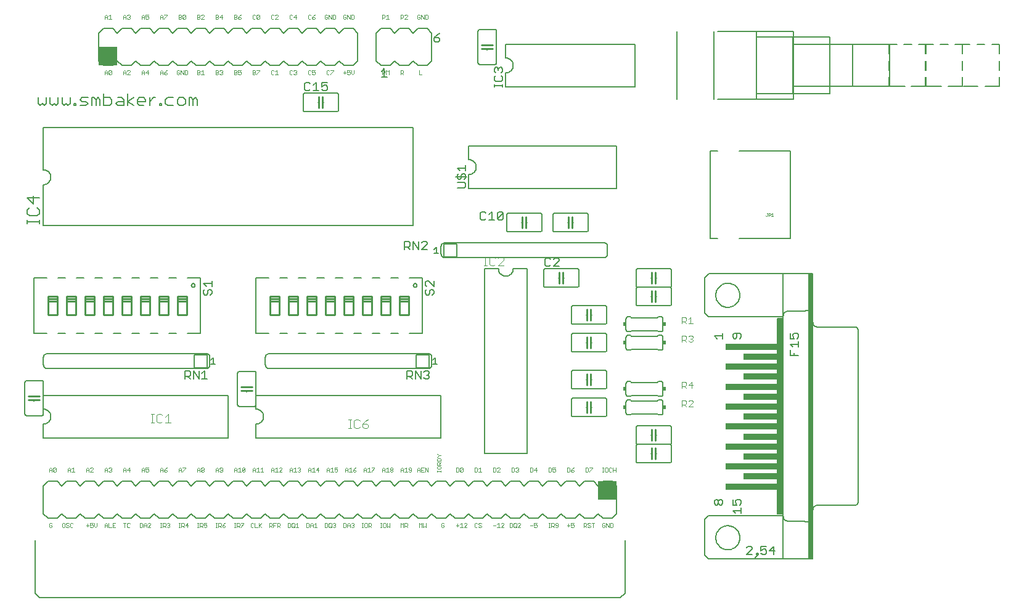
<source format=gto>
G75*
%MOIN*%
%OFA0B0*%
%FSLAX24Y24*%
%IPPOS*%
%LPD*%
%AMOC8*
5,1,8,0,0,1.08239X$1,22.5*
%
%ADD10C,0.0020*%
%ADD11C,0.0060*%
%ADD12C,0.0080*%
%ADD13C,0.0100*%
%ADD14R,0.1000X0.1000*%
%ADD15C,0.0040*%
%ADD16C,0.0050*%
%ADD17R,0.0300X1.0550*%
%ADD18R,0.0200X1.5450*%
%ADD19R,0.2850X0.0320*%
%ADD20R,0.1850X0.0320*%
%ADD21R,0.0150X0.0200*%
%ADD22C,0.0010*%
D10*
X001580Y003950D02*
X001653Y003950D01*
X001690Y003987D01*
X001690Y004060D01*
X001617Y004060D01*
X001690Y004133D02*
X001653Y004170D01*
X001580Y004170D01*
X001543Y004133D01*
X001543Y003987D01*
X001580Y003950D01*
X002243Y003987D02*
X002280Y003950D01*
X002353Y003950D01*
X002390Y003987D01*
X002390Y004133D01*
X002353Y004170D01*
X002280Y004170D01*
X002243Y004133D01*
X002243Y003987D01*
X002464Y003987D02*
X002501Y003950D01*
X002574Y003950D01*
X002611Y003987D01*
X002611Y004023D01*
X002574Y004060D01*
X002501Y004060D01*
X002464Y004097D01*
X002464Y004133D01*
X002501Y004170D01*
X002574Y004170D01*
X002611Y004133D01*
X002685Y004133D02*
X002685Y003987D01*
X002722Y003950D01*
X002795Y003950D01*
X002832Y003987D01*
X002832Y004133D02*
X002795Y004170D01*
X002722Y004170D01*
X002685Y004133D01*
X003543Y004060D02*
X003690Y004060D01*
X003764Y004060D02*
X003838Y004097D01*
X003874Y004097D01*
X003911Y004060D01*
X003911Y003987D01*
X003874Y003950D01*
X003801Y003950D01*
X003764Y003987D01*
X003764Y004060D02*
X003764Y004170D01*
X003911Y004170D01*
X003985Y004170D02*
X003985Y004023D01*
X004059Y003950D01*
X004132Y004023D01*
X004132Y004170D01*
X004543Y004097D02*
X004617Y004170D01*
X004690Y004097D01*
X004690Y003950D01*
X004764Y003950D02*
X004911Y003950D01*
X004985Y003950D02*
X005132Y003950D01*
X005059Y004060D02*
X004985Y004060D01*
X004985Y004170D02*
X004985Y003950D01*
X004985Y004170D02*
X005132Y004170D01*
X004764Y004170D02*
X004764Y003950D01*
X004690Y004060D02*
X004543Y004060D01*
X004543Y004097D02*
X004543Y003950D01*
X003617Y003987D02*
X003617Y004133D01*
X005543Y004170D02*
X005690Y004170D01*
X005617Y004170D02*
X005617Y003950D01*
X005764Y003987D02*
X005801Y003950D01*
X005874Y003950D01*
X005911Y003987D01*
X005911Y004133D02*
X005874Y004170D01*
X005801Y004170D01*
X005764Y004133D01*
X005764Y003987D01*
X006443Y003950D02*
X006553Y003950D01*
X006590Y003987D01*
X006590Y004133D01*
X006553Y004170D01*
X006443Y004170D01*
X006443Y003950D01*
X006664Y003950D02*
X006664Y004097D01*
X006738Y004170D01*
X006811Y004097D01*
X006811Y003950D01*
X006885Y003950D02*
X007032Y004097D01*
X007032Y004133D01*
X006995Y004170D01*
X006922Y004170D01*
X006885Y004133D01*
X006811Y004060D02*
X006664Y004060D01*
X006885Y003950D02*
X007032Y003950D01*
X007543Y003950D02*
X007617Y003950D01*
X007580Y003950D02*
X007580Y004170D01*
X007543Y004170D02*
X007617Y004170D01*
X007691Y004170D02*
X007801Y004170D01*
X007837Y004133D01*
X007837Y004060D01*
X007801Y004023D01*
X007691Y004023D01*
X007691Y003950D02*
X007691Y004170D01*
X007764Y004023D02*
X007837Y003950D01*
X007912Y003987D02*
X007948Y003950D01*
X008022Y003950D01*
X008058Y003987D01*
X008058Y004023D01*
X008022Y004060D01*
X007985Y004060D01*
X008022Y004060D02*
X008058Y004097D01*
X008058Y004133D01*
X008022Y004170D01*
X007948Y004170D01*
X007912Y004133D01*
X008543Y004170D02*
X008617Y004170D01*
X008580Y004170D02*
X008580Y003950D01*
X008543Y003950D02*
X008617Y003950D01*
X008691Y003950D02*
X008691Y004170D01*
X008801Y004170D01*
X008837Y004133D01*
X008837Y004060D01*
X008801Y004023D01*
X008691Y004023D01*
X008764Y004023D02*
X008837Y003950D01*
X008912Y004060D02*
X009058Y004060D01*
X009022Y003950D02*
X009022Y004170D01*
X008912Y004060D01*
X009543Y003950D02*
X009617Y003950D01*
X009580Y003950D02*
X009580Y004170D01*
X009543Y004170D02*
X009617Y004170D01*
X009691Y004170D02*
X009801Y004170D01*
X009837Y004133D01*
X009837Y004060D01*
X009801Y004023D01*
X009691Y004023D01*
X009691Y003950D02*
X009691Y004170D01*
X009764Y004023D02*
X009837Y003950D01*
X009912Y003987D02*
X009948Y003950D01*
X010022Y003950D01*
X010058Y003987D01*
X010058Y004060D01*
X010022Y004097D01*
X009985Y004097D01*
X009912Y004060D01*
X009912Y004170D01*
X010058Y004170D01*
X010543Y004170D02*
X010617Y004170D01*
X010580Y004170D02*
X010580Y003950D01*
X010543Y003950D02*
X010617Y003950D01*
X010691Y003950D02*
X010691Y004170D01*
X010801Y004170D01*
X010837Y004133D01*
X010837Y004060D01*
X010801Y004023D01*
X010691Y004023D01*
X010764Y004023D02*
X010837Y003950D01*
X010912Y003987D02*
X010948Y003950D01*
X011022Y003950D01*
X011058Y003987D01*
X011058Y004023D01*
X011022Y004060D01*
X010912Y004060D01*
X010912Y003987D01*
X010912Y004060D02*
X010985Y004133D01*
X011058Y004170D01*
X011543Y004170D02*
X011617Y004170D01*
X011580Y004170D02*
X011580Y003950D01*
X011543Y003950D02*
X011617Y003950D01*
X011691Y003950D02*
X011691Y004170D01*
X011801Y004170D01*
X011837Y004133D01*
X011837Y004060D01*
X011801Y004023D01*
X011691Y004023D01*
X011764Y004023D02*
X011837Y003950D01*
X011912Y003950D02*
X011912Y003987D01*
X012058Y004133D01*
X012058Y004170D01*
X011912Y004170D01*
X012443Y004133D02*
X012443Y003987D01*
X012480Y003950D01*
X012553Y003950D01*
X012590Y003987D01*
X012664Y003950D02*
X012811Y003950D01*
X012885Y003950D02*
X012885Y004170D01*
X012922Y004060D02*
X013032Y003950D01*
X012885Y004023D02*
X013032Y004170D01*
X012664Y004170D02*
X012664Y003950D01*
X012590Y004133D02*
X012553Y004170D01*
X012480Y004170D01*
X012443Y004133D01*
X013443Y004170D02*
X013553Y004170D01*
X013590Y004133D01*
X013590Y004060D01*
X013553Y004023D01*
X013443Y004023D01*
X013443Y003950D02*
X013443Y004170D01*
X013517Y004023D02*
X013590Y003950D01*
X013664Y003950D02*
X013664Y004170D01*
X013811Y004170D01*
X013885Y004170D02*
X013995Y004170D01*
X014032Y004133D01*
X014032Y004060D01*
X013995Y004023D01*
X013885Y004023D01*
X013885Y003950D02*
X013885Y004170D01*
X013959Y004023D02*
X014032Y003950D01*
X013738Y004060D02*
X013664Y004060D01*
X014443Y003950D02*
X014553Y003950D01*
X014590Y003987D01*
X014590Y004133D01*
X014553Y004170D01*
X014443Y004170D01*
X014443Y003950D01*
X014664Y003987D02*
X014701Y003950D01*
X014774Y003950D01*
X014811Y003987D01*
X014811Y004133D01*
X014774Y004170D01*
X014701Y004170D01*
X014664Y004133D01*
X014664Y003987D01*
X014738Y004023D02*
X014811Y003950D01*
X014885Y003950D02*
X015032Y003950D01*
X014959Y003950D02*
X014959Y004170D01*
X014885Y004097D01*
X015443Y004170D02*
X015553Y004170D01*
X015590Y004133D01*
X015590Y003987D01*
X015553Y003950D01*
X015443Y003950D01*
X015443Y004170D01*
X015664Y004097D02*
X015738Y004170D01*
X015811Y004097D01*
X015811Y003950D01*
X015885Y003950D02*
X016032Y003950D01*
X015959Y003950D02*
X015959Y004170D01*
X015885Y004097D01*
X015811Y004060D02*
X015664Y004060D01*
X015664Y004097D02*
X015664Y003950D01*
X016443Y003950D02*
X016553Y003950D01*
X016590Y003987D01*
X016590Y004133D01*
X016553Y004170D01*
X016443Y004170D01*
X016443Y003950D01*
X016664Y003987D02*
X016701Y003950D01*
X016774Y003950D01*
X016811Y003987D01*
X016811Y004133D01*
X016774Y004170D01*
X016701Y004170D01*
X016664Y004133D01*
X016664Y003987D01*
X016738Y004023D02*
X016811Y003950D01*
X016885Y003987D02*
X016922Y003950D01*
X016995Y003950D01*
X017032Y003987D01*
X017032Y004023D01*
X016995Y004060D01*
X016959Y004060D01*
X016995Y004060D02*
X017032Y004097D01*
X017032Y004133D01*
X016995Y004170D01*
X016922Y004170D01*
X016885Y004133D01*
X017443Y004170D02*
X017553Y004170D01*
X017590Y004133D01*
X017590Y003987D01*
X017553Y003950D01*
X017443Y003950D01*
X017443Y004170D01*
X017664Y004097D02*
X017738Y004170D01*
X017811Y004097D01*
X017811Y003950D01*
X017885Y003987D02*
X017922Y003950D01*
X017995Y003950D01*
X018032Y003987D01*
X018032Y004023D01*
X017995Y004060D01*
X017959Y004060D01*
X017995Y004060D02*
X018032Y004097D01*
X018032Y004133D01*
X017995Y004170D01*
X017922Y004170D01*
X017885Y004133D01*
X017811Y004060D02*
X017664Y004060D01*
X017664Y004097D02*
X017664Y003950D01*
X018443Y003950D02*
X018517Y003950D01*
X018480Y003950D02*
X018480Y004170D01*
X018443Y004170D02*
X018517Y004170D01*
X018591Y004133D02*
X018591Y003987D01*
X018627Y003950D01*
X018701Y003950D01*
X018737Y003987D01*
X018737Y004133D01*
X018701Y004170D01*
X018627Y004170D01*
X018591Y004133D01*
X018812Y004170D02*
X018922Y004170D01*
X018958Y004133D01*
X018958Y004060D01*
X018922Y004023D01*
X018812Y004023D01*
X018812Y003950D02*
X018812Y004170D01*
X018885Y004023D02*
X018958Y003950D01*
X019443Y003950D02*
X019517Y003950D01*
X019480Y003950D02*
X019480Y004170D01*
X019443Y004170D02*
X019517Y004170D01*
X019591Y004133D02*
X019591Y003987D01*
X019627Y003950D01*
X019701Y003950D01*
X019737Y003987D01*
X019737Y004133D01*
X019701Y004170D01*
X019627Y004170D01*
X019591Y004133D01*
X019812Y004170D02*
X019812Y003950D01*
X019885Y004023D01*
X019958Y003950D01*
X019958Y004170D01*
X020543Y004170D02*
X020617Y004097D01*
X020690Y004170D01*
X020690Y003950D01*
X020764Y003950D02*
X020764Y004170D01*
X020874Y004170D01*
X020911Y004133D01*
X020911Y004060D01*
X020874Y004023D01*
X020764Y004023D01*
X020838Y004023D02*
X020911Y003950D01*
X020543Y003950D02*
X020543Y004170D01*
X021543Y004170D02*
X021617Y004097D01*
X021690Y004170D01*
X021690Y003950D01*
X021764Y003950D02*
X021838Y004023D01*
X021911Y003950D01*
X021911Y004170D01*
X021764Y004170D02*
X021764Y003950D01*
X021543Y003950D02*
X021543Y004170D01*
X022743Y004133D02*
X022743Y003987D01*
X022780Y003950D01*
X022853Y003950D01*
X022890Y003987D01*
X022890Y004060D01*
X022817Y004060D01*
X022890Y004133D02*
X022853Y004170D01*
X022780Y004170D01*
X022743Y004133D01*
X023543Y004060D02*
X023690Y004060D01*
X023764Y004097D02*
X023838Y004170D01*
X023838Y003950D01*
X023911Y003950D02*
X023764Y003950D01*
X023617Y003987D02*
X023617Y004133D01*
X023985Y004133D02*
X024022Y004170D01*
X024095Y004170D01*
X024132Y004133D01*
X024132Y004097D01*
X023985Y003950D01*
X024132Y003950D01*
X024543Y003987D02*
X024580Y003950D01*
X024653Y003950D01*
X024690Y003987D01*
X024764Y003987D02*
X024801Y003950D01*
X024874Y003950D01*
X024911Y003987D01*
X024911Y004023D01*
X024874Y004060D01*
X024801Y004060D01*
X024764Y004097D01*
X024764Y004133D01*
X024801Y004170D01*
X024874Y004170D01*
X024911Y004133D01*
X024690Y004133D02*
X024653Y004170D01*
X024580Y004170D01*
X024543Y004133D01*
X024543Y003987D01*
X025543Y004060D02*
X025690Y004060D01*
X025764Y004097D02*
X025838Y004170D01*
X025838Y003950D01*
X025911Y003950D02*
X025764Y003950D01*
X025985Y003950D02*
X026132Y004097D01*
X026132Y004133D01*
X026095Y004170D01*
X026022Y004170D01*
X025985Y004133D01*
X025985Y003950D02*
X026132Y003950D01*
X026443Y003950D02*
X026553Y003950D01*
X026590Y003987D01*
X026590Y004133D01*
X026553Y004170D01*
X026443Y004170D01*
X026443Y003950D01*
X026664Y003987D02*
X026701Y003950D01*
X026774Y003950D01*
X026811Y003987D01*
X026811Y004133D01*
X026774Y004170D01*
X026701Y004170D01*
X026664Y004133D01*
X026664Y003987D01*
X026738Y004023D02*
X026811Y003950D01*
X026885Y003950D02*
X027032Y004097D01*
X027032Y004133D01*
X026995Y004170D01*
X026922Y004170D01*
X026885Y004133D01*
X026885Y003950D02*
X027032Y003950D01*
X027543Y004060D02*
X027690Y004060D01*
X027764Y004060D02*
X027838Y004097D01*
X027874Y004097D01*
X027911Y004060D01*
X027911Y003987D01*
X027874Y003950D01*
X027801Y003950D01*
X027764Y003987D01*
X027764Y004060D02*
X027764Y004170D01*
X027911Y004170D01*
X028543Y004170D02*
X028617Y004170D01*
X028580Y004170D02*
X028580Y003950D01*
X028543Y003950D02*
X028617Y003950D01*
X028691Y003950D02*
X028691Y004170D01*
X028801Y004170D01*
X028837Y004133D01*
X028837Y004060D01*
X028801Y004023D01*
X028691Y004023D01*
X028764Y004023D02*
X028837Y003950D01*
X028912Y003987D02*
X028948Y003950D01*
X029022Y003950D01*
X029058Y003987D01*
X029058Y004133D01*
X029022Y004170D01*
X028948Y004170D01*
X028912Y004133D01*
X028912Y004097D01*
X028948Y004060D01*
X029058Y004060D01*
X029543Y004060D02*
X029690Y004060D01*
X029764Y004060D02*
X029838Y004097D01*
X029874Y004097D01*
X029911Y004060D01*
X029911Y003987D01*
X029874Y003950D01*
X029801Y003950D01*
X029764Y003987D01*
X029764Y004060D02*
X029764Y004170D01*
X029911Y004170D01*
X029617Y004133D02*
X029617Y003987D01*
X030443Y004023D02*
X030553Y004023D01*
X030590Y004060D01*
X030590Y004133D01*
X030553Y004170D01*
X030443Y004170D01*
X030443Y003950D01*
X030517Y004023D02*
X030590Y003950D01*
X030664Y003987D02*
X030701Y003950D01*
X030774Y003950D01*
X030811Y003987D01*
X030811Y004023D01*
X030774Y004060D01*
X030701Y004060D01*
X030664Y004097D01*
X030664Y004133D01*
X030701Y004170D01*
X030774Y004170D01*
X030811Y004133D01*
X030885Y004170D02*
X031032Y004170D01*
X030959Y004170D02*
X030959Y003950D01*
X031443Y003987D02*
X031480Y003950D01*
X031553Y003950D01*
X031590Y003987D01*
X031590Y004060D01*
X031517Y004060D01*
X031590Y004133D02*
X031553Y004170D01*
X031480Y004170D01*
X031443Y004133D01*
X031443Y003987D01*
X031664Y003950D02*
X031664Y004170D01*
X031811Y003950D01*
X031811Y004170D01*
X031885Y004170D02*
X031995Y004170D01*
X032032Y004133D01*
X032032Y003987D01*
X031995Y003950D01*
X031885Y003950D01*
X031885Y004170D01*
X031848Y006950D02*
X031812Y006987D01*
X031812Y007133D01*
X031848Y007170D01*
X031922Y007170D01*
X031958Y007133D01*
X032033Y007170D02*
X032033Y006950D01*
X031958Y006987D02*
X031922Y006950D01*
X031848Y006950D01*
X031737Y006987D02*
X031737Y007133D01*
X031701Y007170D01*
X031627Y007170D01*
X031591Y007133D01*
X031591Y006987D01*
X031627Y006950D01*
X031701Y006950D01*
X031737Y006987D01*
X031517Y006950D02*
X031443Y006950D01*
X031480Y006950D02*
X031480Y007170D01*
X031443Y007170D02*
X031517Y007170D01*
X032033Y007060D02*
X032179Y007060D01*
X032179Y007170D02*
X032179Y006950D01*
X030911Y007133D02*
X030764Y006987D01*
X030764Y006950D01*
X030690Y006987D02*
X030690Y007133D01*
X030653Y007170D01*
X030543Y007170D01*
X030543Y006950D01*
X030653Y006950D01*
X030690Y006987D01*
X030764Y007170D02*
X030911Y007170D01*
X030911Y007133D01*
X029911Y007170D02*
X029838Y007133D01*
X029764Y007060D01*
X029874Y007060D01*
X029911Y007023D01*
X029911Y006987D01*
X029874Y006950D01*
X029801Y006950D01*
X029764Y006987D01*
X029764Y007060D01*
X029690Y006987D02*
X029690Y007133D01*
X029653Y007170D01*
X029543Y007170D01*
X029543Y006950D01*
X029653Y006950D01*
X029690Y006987D01*
X028911Y006987D02*
X028874Y006950D01*
X028801Y006950D01*
X028764Y006987D01*
X028764Y007060D02*
X028838Y007097D01*
X028874Y007097D01*
X028911Y007060D01*
X028911Y006987D01*
X028764Y007060D02*
X028764Y007170D01*
X028911Y007170D01*
X028690Y007133D02*
X028653Y007170D01*
X028543Y007170D01*
X028543Y006950D01*
X028653Y006950D01*
X028690Y006987D01*
X028690Y007133D01*
X027911Y007060D02*
X027764Y007060D01*
X027874Y007170D01*
X027874Y006950D01*
X027690Y006987D02*
X027690Y007133D01*
X027653Y007170D01*
X027543Y007170D01*
X027543Y006950D01*
X027653Y006950D01*
X027690Y006987D01*
X026911Y006987D02*
X026874Y006950D01*
X026801Y006950D01*
X026764Y006987D01*
X026690Y006987D02*
X026690Y007133D01*
X026653Y007170D01*
X026543Y007170D01*
X026543Y006950D01*
X026653Y006950D01*
X026690Y006987D01*
X026764Y007133D02*
X026801Y007170D01*
X026874Y007170D01*
X026911Y007133D01*
X026911Y007097D01*
X026874Y007060D01*
X026911Y007023D01*
X026911Y006987D01*
X026874Y007060D02*
X026838Y007060D01*
X025911Y007097D02*
X025911Y007133D01*
X025874Y007170D01*
X025801Y007170D01*
X025764Y007133D01*
X025690Y007133D02*
X025653Y007170D01*
X025543Y007170D01*
X025543Y006950D01*
X025653Y006950D01*
X025690Y006987D01*
X025690Y007133D01*
X025764Y006950D02*
X025911Y007097D01*
X025911Y006950D02*
X025764Y006950D01*
X024911Y006950D02*
X024764Y006950D01*
X024838Y006950D02*
X024838Y007170D01*
X024764Y007097D01*
X024690Y007133D02*
X024653Y007170D01*
X024543Y007170D01*
X024543Y006950D01*
X024653Y006950D01*
X024690Y006987D01*
X024690Y007133D01*
X023911Y007133D02*
X023874Y007170D01*
X023801Y007170D01*
X023764Y007133D01*
X023764Y006987D01*
X023911Y007133D01*
X023911Y006987D01*
X023874Y006950D01*
X023801Y006950D01*
X023764Y006987D01*
X023690Y006987D02*
X023690Y007133D01*
X023653Y007170D01*
X023543Y007170D01*
X023543Y006950D01*
X023653Y006950D01*
X023690Y006987D01*
X022723Y006987D02*
X022503Y006987D01*
X022503Y007023D02*
X022503Y006950D01*
X022540Y007097D02*
X022687Y007097D01*
X022723Y007134D01*
X022723Y007207D01*
X022687Y007244D01*
X022540Y007244D01*
X022503Y007207D01*
X022503Y007134D01*
X022540Y007097D01*
X022723Y007023D02*
X022723Y006950D01*
X022723Y007318D02*
X022503Y007318D01*
X022503Y007428D01*
X022540Y007465D01*
X022613Y007465D01*
X022650Y007428D01*
X022650Y007318D01*
X022650Y007392D02*
X022723Y007465D01*
X022723Y007539D02*
X022723Y007649D01*
X022687Y007686D01*
X022540Y007686D01*
X022503Y007649D01*
X022503Y007539D01*
X022723Y007539D01*
X022540Y007760D02*
X022613Y007834D01*
X022723Y007834D01*
X022613Y007834D02*
X022540Y007907D01*
X022503Y007907D01*
X022503Y007760D02*
X022540Y007760D01*
X022032Y007170D02*
X022032Y006950D01*
X021885Y007170D01*
X021885Y006950D01*
X021811Y006950D02*
X021664Y006950D01*
X021664Y007170D01*
X021811Y007170D01*
X021738Y007060D02*
X021664Y007060D01*
X021590Y007060D02*
X021443Y007060D01*
X021443Y007097D02*
X021517Y007170D01*
X021590Y007097D01*
X021590Y006950D01*
X021443Y006950D02*
X021443Y007097D01*
X021132Y007133D02*
X021095Y007170D01*
X021022Y007170D01*
X020985Y007133D01*
X020985Y007097D01*
X021022Y007060D01*
X021132Y007060D01*
X021132Y006987D02*
X021132Y007133D01*
X021132Y006987D02*
X021095Y006950D01*
X021022Y006950D01*
X020985Y006987D01*
X020911Y006950D02*
X020764Y006950D01*
X020838Y006950D02*
X020838Y007170D01*
X020764Y007097D01*
X020690Y007097D02*
X020690Y006950D01*
X020690Y007060D02*
X020543Y007060D01*
X020543Y007097D02*
X020617Y007170D01*
X020690Y007097D01*
X020543Y007097D02*
X020543Y006950D01*
X020132Y006987D02*
X020095Y006950D01*
X020022Y006950D01*
X019985Y006987D01*
X019985Y007023D01*
X020022Y007060D01*
X020095Y007060D01*
X020132Y007023D01*
X020132Y006987D01*
X020095Y007060D02*
X020132Y007097D01*
X020132Y007133D01*
X020095Y007170D01*
X020022Y007170D01*
X019985Y007133D01*
X019985Y007097D01*
X020022Y007060D01*
X019911Y006950D02*
X019764Y006950D01*
X019838Y006950D02*
X019838Y007170D01*
X019764Y007097D01*
X019690Y007097D02*
X019690Y006950D01*
X019690Y007060D02*
X019543Y007060D01*
X019543Y007097D02*
X019617Y007170D01*
X019690Y007097D01*
X019543Y007097D02*
X019543Y006950D01*
X019132Y007133D02*
X018985Y006987D01*
X018985Y006950D01*
X018911Y006950D02*
X018764Y006950D01*
X018838Y006950D02*
X018838Y007170D01*
X018764Y007097D01*
X018690Y007097D02*
X018690Y006950D01*
X018690Y007060D02*
X018543Y007060D01*
X018543Y007097D02*
X018617Y007170D01*
X018690Y007097D01*
X018543Y007097D02*
X018543Y006950D01*
X018132Y006987D02*
X018132Y007023D01*
X018095Y007060D01*
X017985Y007060D01*
X017985Y006987D01*
X018022Y006950D01*
X018095Y006950D01*
X018132Y006987D01*
X018059Y007133D02*
X017985Y007060D01*
X018059Y007133D02*
X018132Y007170D01*
X017838Y007170D02*
X017838Y006950D01*
X017911Y006950D02*
X017764Y006950D01*
X017690Y006950D02*
X017690Y007097D01*
X017617Y007170D01*
X017543Y007097D01*
X017543Y006950D01*
X017543Y007060D02*
X017690Y007060D01*
X017764Y007097D02*
X017838Y007170D01*
X017132Y007170D02*
X016985Y007170D01*
X016985Y007060D01*
X017059Y007097D01*
X017095Y007097D01*
X017132Y007060D01*
X017132Y006987D01*
X017095Y006950D01*
X017022Y006950D01*
X016985Y006987D01*
X016911Y006950D02*
X016764Y006950D01*
X016838Y006950D02*
X016838Y007170D01*
X016764Y007097D01*
X016690Y007097D02*
X016690Y006950D01*
X016690Y007060D02*
X016543Y007060D01*
X016543Y007097D02*
X016617Y007170D01*
X016690Y007097D01*
X016543Y007097D02*
X016543Y006950D01*
X016132Y007060D02*
X015985Y007060D01*
X016095Y007170D01*
X016095Y006950D01*
X015911Y006950D02*
X015764Y006950D01*
X015838Y006950D02*
X015838Y007170D01*
X015764Y007097D01*
X015690Y007097D02*
X015690Y006950D01*
X015690Y007060D02*
X015543Y007060D01*
X015543Y007097D02*
X015617Y007170D01*
X015690Y007097D01*
X015543Y007097D02*
X015543Y006950D01*
X015132Y006987D02*
X015095Y006950D01*
X015022Y006950D01*
X014985Y006987D01*
X014911Y006950D02*
X014764Y006950D01*
X014838Y006950D02*
X014838Y007170D01*
X014764Y007097D01*
X014690Y007097D02*
X014690Y006950D01*
X014690Y007060D02*
X014543Y007060D01*
X014543Y007097D02*
X014617Y007170D01*
X014690Y007097D01*
X014543Y007097D02*
X014543Y006950D01*
X014132Y006950D02*
X013985Y006950D01*
X014132Y007097D01*
X014132Y007133D01*
X014095Y007170D01*
X014022Y007170D01*
X013985Y007133D01*
X013838Y007170D02*
X013838Y006950D01*
X013911Y006950D02*
X013764Y006950D01*
X013690Y006950D02*
X013690Y007097D01*
X013617Y007170D01*
X013543Y007097D01*
X013543Y006950D01*
X013543Y007060D02*
X013690Y007060D01*
X013764Y007097D02*
X013838Y007170D01*
X013132Y006950D02*
X012985Y006950D01*
X013059Y006950D02*
X013059Y007170D01*
X012985Y007097D01*
X012838Y007170D02*
X012838Y006950D01*
X012911Y006950D02*
X012764Y006950D01*
X012690Y006950D02*
X012690Y007097D01*
X012617Y007170D01*
X012543Y007097D01*
X012543Y006950D01*
X012543Y007060D02*
X012690Y007060D01*
X012764Y007097D02*
X012838Y007170D01*
X012132Y007133D02*
X011985Y006987D01*
X012022Y006950D01*
X012095Y006950D01*
X012132Y006987D01*
X012132Y007133D01*
X012095Y007170D01*
X012022Y007170D01*
X011985Y007133D01*
X011985Y006987D01*
X011911Y006950D02*
X011764Y006950D01*
X011838Y006950D02*
X011838Y007170D01*
X011764Y007097D01*
X011690Y007097D02*
X011690Y006950D01*
X011690Y007060D02*
X011543Y007060D01*
X011543Y007097D02*
X011617Y007170D01*
X011690Y007097D01*
X011543Y007097D02*
X011543Y006950D01*
X010911Y006987D02*
X010911Y007133D01*
X010874Y007170D01*
X010801Y007170D01*
X010764Y007133D01*
X010764Y007097D01*
X010801Y007060D01*
X010911Y007060D01*
X010911Y006987D02*
X010874Y006950D01*
X010801Y006950D01*
X010764Y006987D01*
X010690Y006950D02*
X010690Y007097D01*
X010617Y007170D01*
X010543Y007097D01*
X010543Y006950D01*
X010543Y007060D02*
X010690Y007060D01*
X009911Y007023D02*
X009911Y006987D01*
X009874Y006950D01*
X009801Y006950D01*
X009764Y006987D01*
X009764Y007023D01*
X009801Y007060D01*
X009874Y007060D01*
X009911Y007023D01*
X009874Y007060D02*
X009911Y007097D01*
X009911Y007133D01*
X009874Y007170D01*
X009801Y007170D01*
X009764Y007133D01*
X009764Y007097D01*
X009801Y007060D01*
X009690Y007060D02*
X009543Y007060D01*
X009543Y007097D02*
X009617Y007170D01*
X009690Y007097D01*
X009690Y006950D01*
X009543Y006950D02*
X009543Y007097D01*
X008911Y007133D02*
X008911Y007170D01*
X008764Y007170D01*
X008690Y007097D02*
X008617Y007170D01*
X008543Y007097D01*
X008543Y006950D01*
X008543Y007060D02*
X008690Y007060D01*
X008690Y007097D02*
X008690Y006950D01*
X008764Y006950D02*
X008764Y006987D01*
X008911Y007133D01*
X007911Y007170D02*
X007838Y007133D01*
X007764Y007060D01*
X007874Y007060D01*
X007911Y007023D01*
X007911Y006987D01*
X007874Y006950D01*
X007801Y006950D01*
X007764Y006987D01*
X007764Y007060D01*
X007690Y007060D02*
X007543Y007060D01*
X007543Y007097D02*
X007617Y007170D01*
X007690Y007097D01*
X007690Y006950D01*
X007543Y006950D02*
X007543Y007097D01*
X006911Y007060D02*
X006911Y006987D01*
X006874Y006950D01*
X006801Y006950D01*
X006764Y006987D01*
X006764Y007060D02*
X006838Y007097D01*
X006874Y007097D01*
X006911Y007060D01*
X006911Y007170D02*
X006764Y007170D01*
X006764Y007060D01*
X006690Y007060D02*
X006543Y007060D01*
X006543Y007097D02*
X006617Y007170D01*
X006690Y007097D01*
X006690Y006950D01*
X006543Y006950D02*
X006543Y007097D01*
X005911Y007060D02*
X005764Y007060D01*
X005874Y007170D01*
X005874Y006950D01*
X005690Y006950D02*
X005690Y007097D01*
X005617Y007170D01*
X005543Y007097D01*
X005543Y006950D01*
X005543Y007060D02*
X005690Y007060D01*
X004911Y007023D02*
X004911Y006987D01*
X004874Y006950D01*
X004801Y006950D01*
X004764Y006987D01*
X004690Y006950D02*
X004690Y007097D01*
X004617Y007170D01*
X004543Y007097D01*
X004543Y006950D01*
X004543Y007060D02*
X004690Y007060D01*
X004764Y007133D02*
X004801Y007170D01*
X004874Y007170D01*
X004911Y007133D01*
X004911Y007097D01*
X004874Y007060D01*
X004911Y007023D01*
X004874Y007060D02*
X004838Y007060D01*
X003911Y007097D02*
X003911Y007133D01*
X003874Y007170D01*
X003801Y007170D01*
X003764Y007133D01*
X003690Y007097D02*
X003617Y007170D01*
X003543Y007097D01*
X003543Y006950D01*
X003543Y007060D02*
X003690Y007060D01*
X003690Y007097D02*
X003690Y006950D01*
X003764Y006950D02*
X003911Y007097D01*
X003911Y006950D02*
X003764Y006950D01*
X002911Y006950D02*
X002764Y006950D01*
X002838Y006950D02*
X002838Y007170D01*
X002764Y007097D01*
X002690Y007097D02*
X002690Y006950D01*
X002690Y007060D02*
X002543Y007060D01*
X002543Y007097D02*
X002617Y007170D01*
X002690Y007097D01*
X002543Y007097D02*
X002543Y006950D01*
X001911Y006987D02*
X001874Y006950D01*
X001801Y006950D01*
X001764Y006987D01*
X001911Y007133D01*
X001911Y006987D01*
X001911Y007133D02*
X001874Y007170D01*
X001801Y007170D01*
X001764Y007133D01*
X001764Y006987D01*
X001690Y006950D02*
X001690Y007097D01*
X001617Y007170D01*
X001543Y007097D01*
X001543Y006950D01*
X001543Y007060D02*
X001690Y007060D01*
X014985Y007133D02*
X015022Y007170D01*
X015095Y007170D01*
X015132Y007133D01*
X015132Y007097D01*
X015095Y007060D01*
X015132Y007023D01*
X015132Y006987D01*
X015095Y007060D02*
X015059Y007060D01*
X018985Y007170D02*
X019132Y007170D01*
X019132Y007133D01*
X019543Y028450D02*
X019543Y028670D01*
X019653Y028670D01*
X019690Y028633D01*
X019690Y028560D01*
X019653Y028523D01*
X019543Y028523D01*
X019764Y028450D02*
X019764Y028670D01*
X019838Y028597D01*
X019911Y028670D01*
X019911Y028450D01*
X020543Y028450D02*
X020543Y028670D01*
X020653Y028670D01*
X020690Y028633D01*
X020690Y028560D01*
X020653Y028523D01*
X020543Y028523D01*
X020617Y028523D02*
X020690Y028450D01*
X021543Y028450D02*
X021543Y028670D01*
X021543Y028450D02*
X021690Y028450D01*
X018032Y028523D02*
X018032Y028670D01*
X018032Y028523D02*
X017959Y028450D01*
X017885Y028523D01*
X017885Y028670D01*
X017811Y028670D02*
X017664Y028670D01*
X017664Y028560D01*
X017738Y028597D01*
X017774Y028597D01*
X017811Y028560D01*
X017811Y028487D01*
X017774Y028450D01*
X017701Y028450D01*
X017664Y028487D01*
X017590Y028560D02*
X017443Y028560D01*
X017517Y028633D02*
X017517Y028487D01*
X016911Y028633D02*
X016764Y028487D01*
X016764Y028450D01*
X016690Y028487D02*
X016653Y028450D01*
X016580Y028450D01*
X016543Y028487D01*
X016543Y028633D01*
X016580Y028670D01*
X016653Y028670D01*
X016690Y028633D01*
X016764Y028670D02*
X016911Y028670D01*
X016911Y028633D01*
X015911Y028670D02*
X015764Y028670D01*
X015764Y028560D01*
X015838Y028597D01*
X015874Y028597D01*
X015911Y028560D01*
X015911Y028487D01*
X015874Y028450D01*
X015801Y028450D01*
X015764Y028487D01*
X015690Y028487D02*
X015653Y028450D01*
X015580Y028450D01*
X015543Y028487D01*
X015543Y028633D01*
X015580Y028670D01*
X015653Y028670D01*
X015690Y028633D01*
X014911Y028633D02*
X014911Y028597D01*
X014874Y028560D01*
X014911Y028523D01*
X014911Y028487D01*
X014874Y028450D01*
X014801Y028450D01*
X014764Y028487D01*
X014690Y028487D02*
X014653Y028450D01*
X014580Y028450D01*
X014543Y028487D01*
X014543Y028633D01*
X014580Y028670D01*
X014653Y028670D01*
X014690Y028633D01*
X014764Y028633D02*
X014801Y028670D01*
X014874Y028670D01*
X014911Y028633D01*
X014874Y028560D02*
X014838Y028560D01*
X013911Y028450D02*
X013764Y028450D01*
X013838Y028450D02*
X013838Y028670D01*
X013764Y028597D01*
X013690Y028633D02*
X013653Y028670D01*
X013580Y028670D01*
X013543Y028633D01*
X013543Y028487D01*
X013580Y028450D01*
X013653Y028450D01*
X013690Y028487D01*
X012911Y028633D02*
X012764Y028487D01*
X012764Y028450D01*
X012690Y028487D02*
X012653Y028450D01*
X012543Y028450D01*
X012543Y028670D01*
X012653Y028670D01*
X012690Y028633D01*
X012690Y028597D01*
X012653Y028560D01*
X012543Y028560D01*
X012653Y028560D02*
X012690Y028523D01*
X012690Y028487D01*
X012764Y028670D02*
X012911Y028670D01*
X012911Y028633D01*
X011911Y028670D02*
X011764Y028670D01*
X011764Y028560D01*
X011838Y028597D01*
X011874Y028597D01*
X011911Y028560D01*
X011911Y028487D01*
X011874Y028450D01*
X011801Y028450D01*
X011764Y028487D01*
X011690Y028487D02*
X011653Y028450D01*
X011543Y028450D01*
X011543Y028670D01*
X011653Y028670D01*
X011690Y028633D01*
X011690Y028597D01*
X011653Y028560D01*
X011543Y028560D01*
X011653Y028560D02*
X011690Y028523D01*
X011690Y028487D01*
X010911Y028487D02*
X010874Y028450D01*
X010801Y028450D01*
X010764Y028487D01*
X010690Y028487D02*
X010653Y028450D01*
X010543Y028450D01*
X010543Y028670D01*
X010653Y028670D01*
X010690Y028633D01*
X010690Y028597D01*
X010653Y028560D01*
X010543Y028560D01*
X010653Y028560D02*
X010690Y028523D01*
X010690Y028487D01*
X010764Y028633D02*
X010801Y028670D01*
X010874Y028670D01*
X010911Y028633D01*
X010911Y028597D01*
X010874Y028560D01*
X010911Y028523D01*
X010911Y028487D01*
X010874Y028560D02*
X010838Y028560D01*
X009911Y028450D02*
X009764Y028450D01*
X009838Y028450D02*
X009838Y028670D01*
X009764Y028597D01*
X009690Y028597D02*
X009653Y028560D01*
X009543Y028560D01*
X009543Y028450D02*
X009653Y028450D01*
X009690Y028487D01*
X009690Y028523D01*
X009653Y028560D01*
X009690Y028597D02*
X009690Y028633D01*
X009653Y028670D01*
X009543Y028670D01*
X009543Y028450D01*
X009032Y028487D02*
X009032Y028633D01*
X008995Y028670D01*
X008885Y028670D01*
X008885Y028450D01*
X008995Y028450D01*
X009032Y028487D01*
X008811Y028450D02*
X008811Y028670D01*
X008664Y028670D02*
X008811Y028450D01*
X008664Y028450D02*
X008664Y028670D01*
X008590Y028633D02*
X008553Y028670D01*
X008480Y028670D01*
X008443Y028633D01*
X008443Y028487D01*
X008480Y028450D01*
X008553Y028450D01*
X008590Y028487D01*
X008590Y028560D01*
X008517Y028560D01*
X007911Y028523D02*
X007874Y028560D01*
X007764Y028560D01*
X007764Y028487D01*
X007801Y028450D01*
X007874Y028450D01*
X007911Y028487D01*
X007911Y028523D01*
X007838Y028633D02*
X007764Y028560D01*
X007690Y028560D02*
X007543Y028560D01*
X007543Y028597D02*
X007617Y028670D01*
X007690Y028597D01*
X007690Y028450D01*
X007543Y028450D02*
X007543Y028597D01*
X007838Y028633D02*
X007911Y028670D01*
X006911Y028560D02*
X006764Y028560D01*
X006874Y028670D01*
X006874Y028450D01*
X006690Y028450D02*
X006690Y028597D01*
X006617Y028670D01*
X006543Y028597D01*
X006543Y028450D01*
X006543Y028560D02*
X006690Y028560D01*
X005911Y028597D02*
X005911Y028633D01*
X005874Y028670D01*
X005801Y028670D01*
X005764Y028633D01*
X005690Y028597D02*
X005617Y028670D01*
X005543Y028597D01*
X005543Y028450D01*
X005543Y028560D02*
X005690Y028560D01*
X005690Y028597D02*
X005690Y028450D01*
X005764Y028450D02*
X005911Y028597D01*
X005911Y028450D02*
X005764Y028450D01*
X004911Y028487D02*
X004911Y028633D01*
X004764Y028487D01*
X004801Y028450D01*
X004874Y028450D01*
X004911Y028487D01*
X004911Y028633D02*
X004874Y028670D01*
X004801Y028670D01*
X004764Y028633D01*
X004764Y028487D01*
X004690Y028450D02*
X004690Y028597D01*
X004617Y028670D01*
X004543Y028597D01*
X004543Y028450D01*
X004543Y028560D02*
X004690Y028560D01*
X004690Y031450D02*
X004690Y031597D01*
X004617Y031670D01*
X004543Y031597D01*
X004543Y031450D01*
X004543Y031560D02*
X004690Y031560D01*
X004764Y031597D02*
X004838Y031670D01*
X004838Y031450D01*
X004911Y031450D02*
X004764Y031450D01*
X005543Y031450D02*
X005543Y031597D01*
X005617Y031670D01*
X005690Y031597D01*
X005690Y031450D01*
X005764Y031487D02*
X005801Y031450D01*
X005874Y031450D01*
X005911Y031487D01*
X005911Y031523D01*
X005874Y031560D01*
X005838Y031560D01*
X005874Y031560D02*
X005911Y031597D01*
X005911Y031633D01*
X005874Y031670D01*
X005801Y031670D01*
X005764Y031633D01*
X005690Y031560D02*
X005543Y031560D01*
X006543Y031560D02*
X006690Y031560D01*
X006690Y031597D02*
X006690Y031450D01*
X006764Y031487D02*
X006801Y031450D01*
X006874Y031450D01*
X006911Y031487D01*
X006911Y031560D01*
X006874Y031597D01*
X006838Y031597D01*
X006764Y031560D01*
X006764Y031670D01*
X006911Y031670D01*
X006690Y031597D02*
X006617Y031670D01*
X006543Y031597D01*
X006543Y031450D01*
X007543Y031450D02*
X007543Y031597D01*
X007617Y031670D01*
X007690Y031597D01*
X007690Y031450D01*
X007764Y031450D02*
X007764Y031487D01*
X007911Y031633D01*
X007911Y031670D01*
X007764Y031670D01*
X007690Y031560D02*
X007543Y031560D01*
X008543Y031560D02*
X008653Y031560D01*
X008690Y031523D01*
X008690Y031487D01*
X008653Y031450D01*
X008543Y031450D01*
X008543Y031670D01*
X008653Y031670D01*
X008690Y031633D01*
X008690Y031597D01*
X008653Y031560D01*
X008764Y031487D02*
X008911Y031633D01*
X008911Y031487D01*
X008874Y031450D01*
X008801Y031450D01*
X008764Y031487D01*
X008764Y031633D01*
X008801Y031670D01*
X008874Y031670D01*
X008911Y031633D01*
X009543Y031670D02*
X009543Y031450D01*
X009653Y031450D01*
X009690Y031487D01*
X009690Y031523D01*
X009653Y031560D01*
X009543Y031560D01*
X009543Y031670D02*
X009653Y031670D01*
X009690Y031633D01*
X009690Y031597D01*
X009653Y031560D01*
X009764Y031633D02*
X009801Y031670D01*
X009874Y031670D01*
X009911Y031633D01*
X009911Y031597D01*
X009764Y031450D01*
X009911Y031450D01*
X010543Y031450D02*
X010543Y031670D01*
X010653Y031670D01*
X010690Y031633D01*
X010690Y031597D01*
X010653Y031560D01*
X010543Y031560D01*
X010543Y031450D02*
X010653Y031450D01*
X010690Y031487D01*
X010690Y031523D01*
X010653Y031560D01*
X010764Y031560D02*
X010911Y031560D01*
X010874Y031450D02*
X010874Y031670D01*
X010764Y031560D01*
X011543Y031560D02*
X011653Y031560D01*
X011690Y031523D01*
X011690Y031487D01*
X011653Y031450D01*
X011543Y031450D01*
X011543Y031670D01*
X011653Y031670D01*
X011690Y031633D01*
X011690Y031597D01*
X011653Y031560D01*
X011764Y031560D02*
X011764Y031487D01*
X011801Y031450D01*
X011874Y031450D01*
X011911Y031487D01*
X011911Y031523D01*
X011874Y031560D01*
X011764Y031560D01*
X011838Y031633D01*
X011911Y031670D01*
X012543Y031633D02*
X012543Y031487D01*
X012580Y031450D01*
X012653Y031450D01*
X012690Y031487D01*
X012764Y031487D02*
X012911Y031633D01*
X012911Y031487D01*
X012874Y031450D01*
X012801Y031450D01*
X012764Y031487D01*
X012764Y031633D01*
X012801Y031670D01*
X012874Y031670D01*
X012911Y031633D01*
X012690Y031633D02*
X012653Y031670D01*
X012580Y031670D01*
X012543Y031633D01*
X013543Y031633D02*
X013543Y031487D01*
X013580Y031450D01*
X013653Y031450D01*
X013690Y031487D01*
X013764Y031450D02*
X013911Y031597D01*
X013911Y031633D01*
X013874Y031670D01*
X013801Y031670D01*
X013764Y031633D01*
X013690Y031633D02*
X013653Y031670D01*
X013580Y031670D01*
X013543Y031633D01*
X013764Y031450D02*
X013911Y031450D01*
X014543Y031487D02*
X014543Y031633D01*
X014580Y031670D01*
X014653Y031670D01*
X014690Y031633D01*
X014764Y031560D02*
X014911Y031560D01*
X014874Y031450D02*
X014874Y031670D01*
X014764Y031560D01*
X014690Y031487D02*
X014653Y031450D01*
X014580Y031450D01*
X014543Y031487D01*
X015543Y031487D02*
X015580Y031450D01*
X015653Y031450D01*
X015690Y031487D01*
X015764Y031487D02*
X015801Y031450D01*
X015874Y031450D01*
X015911Y031487D01*
X015911Y031523D01*
X015874Y031560D01*
X015764Y031560D01*
X015764Y031487D01*
X015764Y031560D02*
X015838Y031633D01*
X015911Y031670D01*
X015690Y031633D02*
X015653Y031670D01*
X015580Y031670D01*
X015543Y031633D01*
X015543Y031487D01*
X016443Y031487D02*
X016480Y031450D01*
X016553Y031450D01*
X016590Y031487D01*
X016590Y031560D01*
X016517Y031560D01*
X016590Y031633D02*
X016553Y031670D01*
X016480Y031670D01*
X016443Y031633D01*
X016443Y031487D01*
X016664Y031450D02*
X016664Y031670D01*
X016811Y031450D01*
X016811Y031670D01*
X016885Y031670D02*
X016995Y031670D01*
X017032Y031633D01*
X017032Y031487D01*
X016995Y031450D01*
X016885Y031450D01*
X016885Y031670D01*
X017443Y031633D02*
X017443Y031487D01*
X017480Y031450D01*
X017553Y031450D01*
X017590Y031487D01*
X017590Y031560D01*
X017517Y031560D01*
X017590Y031633D02*
X017553Y031670D01*
X017480Y031670D01*
X017443Y031633D01*
X017664Y031670D02*
X017811Y031450D01*
X017811Y031670D01*
X017885Y031670D02*
X017995Y031670D01*
X018032Y031633D01*
X018032Y031487D01*
X017995Y031450D01*
X017885Y031450D01*
X017885Y031670D01*
X017664Y031670D02*
X017664Y031450D01*
X019543Y031450D02*
X019543Y031670D01*
X019653Y031670D01*
X019690Y031633D01*
X019690Y031560D01*
X019653Y031523D01*
X019543Y031523D01*
X019764Y031450D02*
X019911Y031450D01*
X019838Y031450D02*
X019838Y031670D01*
X019764Y031597D01*
X020543Y031670D02*
X020543Y031450D01*
X020543Y031523D02*
X020653Y031523D01*
X020690Y031560D01*
X020690Y031633D01*
X020653Y031670D01*
X020543Y031670D01*
X020764Y031633D02*
X020801Y031670D01*
X020874Y031670D01*
X020911Y031633D01*
X020911Y031597D01*
X020764Y031450D01*
X020911Y031450D01*
X021443Y031487D02*
X021443Y031633D01*
X021480Y031670D01*
X021553Y031670D01*
X021590Y031633D01*
X021590Y031560D02*
X021517Y031560D01*
X021590Y031560D02*
X021590Y031487D01*
X021553Y031450D01*
X021480Y031450D01*
X021443Y031487D01*
X021664Y031450D02*
X021664Y031670D01*
X021811Y031450D01*
X021811Y031670D01*
X021885Y031670D02*
X021995Y031670D01*
X022032Y031633D01*
X022032Y031487D01*
X021995Y031450D01*
X021885Y031450D01*
X021885Y031670D01*
D11*
X021983Y030940D02*
X021483Y030940D01*
X021233Y030690D01*
X020983Y030940D01*
X020483Y030940D01*
X020233Y030690D01*
X019983Y030940D01*
X019483Y030940D01*
X019233Y030690D01*
X019233Y029190D01*
X019483Y028940D01*
X019983Y028940D01*
X020233Y029190D01*
X020483Y028940D01*
X020983Y028940D01*
X021233Y029190D01*
X021483Y028940D01*
X021983Y028940D01*
X022233Y029190D01*
X022233Y030690D01*
X021983Y030940D01*
X024733Y030790D02*
X024733Y029090D01*
X024735Y029073D01*
X024739Y029056D01*
X024746Y029040D01*
X024756Y029026D01*
X024769Y029013D01*
X024783Y029003D01*
X024799Y028996D01*
X024816Y028992D01*
X024833Y028990D01*
X025633Y028990D01*
X025650Y028992D01*
X025667Y028996D01*
X025683Y029003D01*
X025697Y029013D01*
X025710Y029026D01*
X025720Y029040D01*
X025727Y029056D01*
X025731Y029073D01*
X025733Y029090D01*
X025733Y030790D01*
X025731Y030807D01*
X025727Y030824D01*
X025720Y030840D01*
X025710Y030854D01*
X025697Y030867D01*
X025683Y030877D01*
X025667Y030884D01*
X025650Y030888D01*
X025633Y030890D01*
X024833Y030890D01*
X024816Y030888D01*
X024799Y030884D01*
X024783Y030877D01*
X024769Y030867D01*
X024756Y030854D01*
X024746Y030840D01*
X024739Y030824D01*
X024735Y030807D01*
X024733Y030790D01*
X025233Y030090D02*
X025233Y030040D01*
X025233Y029840D02*
X025233Y029790D01*
X026233Y030090D02*
X026233Y029340D01*
X026272Y029338D01*
X026311Y029332D01*
X026349Y029323D01*
X026386Y029310D01*
X026422Y029293D01*
X026455Y029273D01*
X026487Y029249D01*
X026516Y029223D01*
X026542Y029194D01*
X026566Y029162D01*
X026586Y029129D01*
X026603Y029093D01*
X026616Y029056D01*
X026625Y029018D01*
X026631Y028979D01*
X026633Y028940D01*
X026631Y028901D01*
X026625Y028862D01*
X026616Y028824D01*
X026603Y028787D01*
X026586Y028751D01*
X026566Y028718D01*
X026542Y028686D01*
X026516Y028657D01*
X026487Y028631D01*
X026455Y028607D01*
X026422Y028587D01*
X026386Y028570D01*
X026349Y028557D01*
X026311Y028548D01*
X026272Y028542D01*
X026233Y028540D01*
X026233Y027790D01*
X033233Y027790D01*
X033233Y030090D01*
X026233Y030090D01*
X021233Y025590D02*
X021233Y020290D01*
X001233Y020290D01*
X001233Y022490D01*
X001272Y022492D01*
X001311Y022498D01*
X001349Y022507D01*
X001386Y022520D01*
X001422Y022537D01*
X001455Y022557D01*
X001487Y022581D01*
X001516Y022607D01*
X001542Y022636D01*
X001566Y022668D01*
X001586Y022701D01*
X001603Y022737D01*
X001616Y022774D01*
X001625Y022812D01*
X001631Y022851D01*
X001633Y022890D01*
X001631Y022929D01*
X001625Y022968D01*
X001616Y023006D01*
X001603Y023043D01*
X001586Y023079D01*
X001566Y023112D01*
X001542Y023144D01*
X001516Y023173D01*
X001487Y023199D01*
X001455Y023223D01*
X001422Y023243D01*
X001386Y023260D01*
X001349Y023273D01*
X001311Y023282D01*
X001272Y023288D01*
X001233Y023290D01*
X001233Y025590D01*
X021233Y025590D01*
X024233Y024590D02*
X024233Y023840D01*
X024272Y023838D01*
X024311Y023832D01*
X024349Y023823D01*
X024386Y023810D01*
X024422Y023793D01*
X024455Y023773D01*
X024487Y023749D01*
X024516Y023723D01*
X024542Y023694D01*
X024566Y023662D01*
X024586Y023629D01*
X024603Y023593D01*
X024616Y023556D01*
X024625Y023518D01*
X024631Y023479D01*
X024633Y023440D01*
X024631Y023401D01*
X024625Y023362D01*
X024616Y023324D01*
X024603Y023287D01*
X024586Y023251D01*
X024566Y023218D01*
X024542Y023186D01*
X024516Y023157D01*
X024487Y023131D01*
X024455Y023107D01*
X024422Y023087D01*
X024386Y023070D01*
X024349Y023057D01*
X024311Y023048D01*
X024272Y023042D01*
X024233Y023040D01*
X024233Y022290D01*
X032233Y022290D01*
X032233Y024590D01*
X024233Y024590D01*
X026383Y020940D02*
X028083Y020940D01*
X028100Y020938D01*
X028117Y020934D01*
X028133Y020927D01*
X028147Y020917D01*
X028160Y020904D01*
X028170Y020890D01*
X028177Y020874D01*
X028181Y020857D01*
X028183Y020840D01*
X028183Y020040D01*
X028181Y020023D01*
X028177Y020006D01*
X028170Y019990D01*
X028160Y019976D01*
X028147Y019963D01*
X028133Y019953D01*
X028117Y019946D01*
X028100Y019942D01*
X028083Y019940D01*
X026383Y019940D01*
X026366Y019942D01*
X026349Y019946D01*
X026333Y019953D01*
X026319Y019963D01*
X026306Y019976D01*
X026296Y019990D01*
X026289Y020006D01*
X026285Y020023D01*
X026283Y020040D01*
X026283Y020840D01*
X026285Y020857D01*
X026289Y020874D01*
X026296Y020890D01*
X026306Y020904D01*
X026319Y020917D01*
X026333Y020927D01*
X026349Y020934D01*
X026366Y020938D01*
X026383Y020940D01*
X027083Y020440D02*
X027133Y020440D01*
X027333Y020440D02*
X027383Y020440D01*
X028783Y020840D02*
X028783Y020040D01*
X028785Y020023D01*
X028789Y020006D01*
X028796Y019990D01*
X028806Y019976D01*
X028819Y019963D01*
X028833Y019953D01*
X028849Y019946D01*
X028866Y019942D01*
X028883Y019940D01*
X030583Y019940D01*
X030600Y019942D01*
X030617Y019946D01*
X030633Y019953D01*
X030647Y019963D01*
X030660Y019976D01*
X030670Y019990D01*
X030677Y020006D01*
X030681Y020023D01*
X030683Y020040D01*
X030683Y020840D01*
X030681Y020857D01*
X030677Y020874D01*
X030670Y020890D01*
X030660Y020904D01*
X030647Y020917D01*
X030633Y020927D01*
X030617Y020934D01*
X030600Y020938D01*
X030583Y020940D01*
X028883Y020940D01*
X028866Y020938D01*
X028849Y020934D01*
X028833Y020927D01*
X028819Y020917D01*
X028806Y020904D01*
X028796Y020890D01*
X028789Y020874D01*
X028785Y020857D01*
X028783Y020840D01*
X029583Y020440D02*
X029633Y020440D01*
X029833Y020440D02*
X029883Y020440D01*
X031533Y019340D02*
X022933Y019340D01*
X022883Y019290D02*
X023583Y019290D01*
X023583Y018590D01*
X022883Y018590D01*
X022883Y019290D01*
X022933Y019340D02*
X022907Y019338D01*
X022881Y019333D01*
X022856Y019325D01*
X022833Y019313D01*
X022811Y019299D01*
X022792Y019281D01*
X022774Y019262D01*
X022760Y019240D01*
X022748Y019217D01*
X022740Y019192D01*
X022735Y019166D01*
X022733Y019140D01*
X022733Y018740D01*
X022735Y018714D01*
X022740Y018688D01*
X022748Y018663D01*
X022760Y018640D01*
X022774Y018618D01*
X022792Y018599D01*
X022811Y018581D01*
X022833Y018567D01*
X022856Y018555D01*
X022881Y018547D01*
X022907Y018542D01*
X022933Y018540D01*
X031533Y018540D01*
X031559Y018542D01*
X031585Y018547D01*
X031610Y018555D01*
X031633Y018567D01*
X031655Y018581D01*
X031674Y018599D01*
X031692Y018618D01*
X031706Y018640D01*
X031718Y018663D01*
X031726Y018688D01*
X031731Y018714D01*
X031733Y018740D01*
X031733Y019140D01*
X031731Y019166D01*
X031726Y019192D01*
X031718Y019217D01*
X031706Y019240D01*
X031692Y019262D01*
X031674Y019281D01*
X031655Y019299D01*
X031633Y019313D01*
X031610Y019325D01*
X031585Y019333D01*
X031559Y019338D01*
X031533Y019340D01*
X030083Y017940D02*
X028383Y017940D01*
X028366Y017938D01*
X028349Y017934D01*
X028333Y017927D01*
X028319Y017917D01*
X028306Y017904D01*
X028296Y017890D01*
X028289Y017874D01*
X028285Y017857D01*
X028283Y017840D01*
X028283Y017040D01*
X028285Y017023D01*
X028289Y017006D01*
X028296Y016990D01*
X028306Y016976D01*
X028319Y016963D01*
X028333Y016953D01*
X028349Y016946D01*
X028366Y016942D01*
X028383Y016940D01*
X030083Y016940D01*
X030100Y016942D01*
X030117Y016946D01*
X030133Y016953D01*
X030147Y016963D01*
X030160Y016976D01*
X030170Y016990D01*
X030177Y017006D01*
X030181Y017023D01*
X030183Y017040D01*
X030183Y017840D01*
X030181Y017857D01*
X030177Y017874D01*
X030170Y017890D01*
X030160Y017904D01*
X030147Y017917D01*
X030133Y017927D01*
X030117Y017934D01*
X030100Y017938D01*
X030083Y017940D01*
X029383Y017440D02*
X029333Y017440D01*
X029133Y017440D02*
X029083Y017440D01*
X027383Y017940D02*
X026633Y017940D01*
X026631Y017901D01*
X026625Y017862D01*
X026616Y017824D01*
X026603Y017787D01*
X026586Y017751D01*
X026566Y017718D01*
X026542Y017686D01*
X026516Y017657D01*
X026487Y017631D01*
X026455Y017607D01*
X026422Y017587D01*
X026386Y017570D01*
X026349Y017557D01*
X026311Y017548D01*
X026272Y017542D01*
X026233Y017540D01*
X026194Y017542D01*
X026155Y017548D01*
X026117Y017557D01*
X026080Y017570D01*
X026044Y017587D01*
X026011Y017607D01*
X025979Y017631D01*
X025950Y017657D01*
X025924Y017686D01*
X025900Y017718D01*
X025880Y017751D01*
X025863Y017787D01*
X025850Y017824D01*
X025841Y017862D01*
X025835Y017901D01*
X025833Y017940D01*
X025083Y017940D01*
X025083Y007940D01*
X027383Y007940D01*
X027383Y017940D01*
X029883Y015940D02*
X031583Y015940D01*
X031600Y015938D01*
X031617Y015934D01*
X031633Y015927D01*
X031647Y015917D01*
X031660Y015904D01*
X031670Y015890D01*
X031677Y015874D01*
X031681Y015857D01*
X031683Y015840D01*
X031683Y015040D01*
X031681Y015023D01*
X031677Y015006D01*
X031670Y014990D01*
X031660Y014976D01*
X031647Y014963D01*
X031633Y014953D01*
X031617Y014946D01*
X031600Y014942D01*
X031583Y014940D01*
X029883Y014940D01*
X029866Y014942D01*
X029849Y014946D01*
X029833Y014953D01*
X029819Y014963D01*
X029806Y014976D01*
X029796Y014990D01*
X029789Y015006D01*
X029785Y015023D01*
X029783Y015040D01*
X029783Y015840D01*
X029785Y015857D01*
X029789Y015874D01*
X029796Y015890D01*
X029806Y015904D01*
X029819Y015917D01*
X029833Y015927D01*
X029849Y015934D01*
X029866Y015938D01*
X029883Y015940D01*
X030583Y015440D02*
X030633Y015440D01*
X030833Y015440D02*
X030883Y015440D01*
X031583Y014440D02*
X029883Y014440D01*
X029866Y014438D01*
X029849Y014434D01*
X029833Y014427D01*
X029819Y014417D01*
X029806Y014404D01*
X029796Y014390D01*
X029789Y014374D01*
X029785Y014357D01*
X029783Y014340D01*
X029783Y013540D01*
X029785Y013523D01*
X029789Y013506D01*
X029796Y013490D01*
X029806Y013476D01*
X029819Y013463D01*
X029833Y013453D01*
X029849Y013446D01*
X029866Y013442D01*
X029883Y013440D01*
X031583Y013440D01*
X031600Y013442D01*
X031617Y013446D01*
X031633Y013453D01*
X031647Y013463D01*
X031660Y013476D01*
X031670Y013490D01*
X031677Y013506D01*
X031681Y013523D01*
X031683Y013540D01*
X031683Y014340D01*
X031681Y014357D01*
X031677Y014374D01*
X031670Y014390D01*
X031660Y014404D01*
X031647Y014417D01*
X031633Y014427D01*
X031617Y014434D01*
X031600Y014438D01*
X031583Y014440D01*
X030883Y013940D02*
X030833Y013940D01*
X030633Y013940D02*
X030583Y013940D01*
X029883Y012440D02*
X031583Y012440D01*
X031600Y012438D01*
X031617Y012434D01*
X031633Y012427D01*
X031647Y012417D01*
X031660Y012404D01*
X031670Y012390D01*
X031677Y012374D01*
X031681Y012357D01*
X031683Y012340D01*
X031683Y011540D01*
X031681Y011523D01*
X031677Y011506D01*
X031670Y011490D01*
X031660Y011476D01*
X031647Y011463D01*
X031633Y011453D01*
X031617Y011446D01*
X031600Y011442D01*
X031583Y011440D01*
X029883Y011440D01*
X029866Y011442D01*
X029849Y011446D01*
X029833Y011453D01*
X029819Y011463D01*
X029806Y011476D01*
X029796Y011490D01*
X029789Y011506D01*
X029785Y011523D01*
X029783Y011540D01*
X029783Y012340D01*
X029785Y012357D01*
X029789Y012374D01*
X029796Y012390D01*
X029806Y012404D01*
X029819Y012417D01*
X029833Y012427D01*
X029849Y012434D01*
X029866Y012438D01*
X029883Y012440D01*
X030583Y011940D02*
X030633Y011940D01*
X030833Y011940D02*
X030883Y011940D01*
X031583Y010940D02*
X029883Y010940D01*
X029866Y010938D01*
X029849Y010934D01*
X029833Y010927D01*
X029819Y010917D01*
X029806Y010904D01*
X029796Y010890D01*
X029789Y010874D01*
X029785Y010857D01*
X029783Y010840D01*
X029783Y010040D01*
X029785Y010023D01*
X029789Y010006D01*
X029796Y009990D01*
X029806Y009976D01*
X029819Y009963D01*
X029833Y009953D01*
X029849Y009946D01*
X029866Y009942D01*
X029883Y009940D01*
X031583Y009940D01*
X031600Y009942D01*
X031617Y009946D01*
X031633Y009953D01*
X031647Y009963D01*
X031660Y009976D01*
X031670Y009990D01*
X031677Y010006D01*
X031681Y010023D01*
X031683Y010040D01*
X031683Y010840D01*
X031681Y010857D01*
X031677Y010874D01*
X031670Y010890D01*
X031660Y010904D01*
X031647Y010917D01*
X031633Y010927D01*
X031617Y010934D01*
X031600Y010938D01*
X031583Y010940D01*
X030883Y010440D02*
X030833Y010440D01*
X030633Y010440D02*
X030583Y010440D01*
X032733Y010140D02*
X032733Y010740D01*
X032735Y010757D01*
X032739Y010774D01*
X032746Y010790D01*
X032756Y010804D01*
X032769Y010817D01*
X032783Y010827D01*
X032799Y010834D01*
X032816Y010838D01*
X032833Y010840D01*
X032983Y010840D01*
X033033Y010790D01*
X034433Y010790D01*
X034483Y010840D01*
X034633Y010840D01*
X034650Y010838D01*
X034667Y010834D01*
X034683Y010827D01*
X034697Y010817D01*
X034710Y010804D01*
X034720Y010790D01*
X034727Y010774D01*
X034731Y010757D01*
X034733Y010740D01*
X034733Y010140D01*
X034731Y010123D01*
X034727Y010106D01*
X034720Y010090D01*
X034710Y010076D01*
X034697Y010063D01*
X034683Y010053D01*
X034667Y010046D01*
X034650Y010042D01*
X034633Y010040D01*
X034483Y010040D01*
X034433Y010090D01*
X033033Y010090D01*
X032983Y010040D01*
X032833Y010040D01*
X032816Y010042D01*
X032799Y010046D01*
X032783Y010053D01*
X032769Y010063D01*
X032756Y010076D01*
X032746Y010090D01*
X032739Y010106D01*
X032735Y010123D01*
X032733Y010140D01*
X032833Y011040D02*
X032983Y011040D01*
X033033Y011090D01*
X034433Y011090D01*
X034483Y011040D01*
X034633Y011040D01*
X034650Y011042D01*
X034667Y011046D01*
X034683Y011053D01*
X034697Y011063D01*
X034710Y011076D01*
X034720Y011090D01*
X034727Y011106D01*
X034731Y011123D01*
X034733Y011140D01*
X034733Y011740D01*
X034731Y011757D01*
X034727Y011774D01*
X034720Y011790D01*
X034710Y011804D01*
X034697Y011817D01*
X034683Y011827D01*
X034667Y011834D01*
X034650Y011838D01*
X034633Y011840D01*
X034483Y011840D01*
X034433Y011790D01*
X033033Y011790D01*
X032983Y011840D01*
X032833Y011840D01*
X032816Y011838D01*
X032799Y011834D01*
X032783Y011827D01*
X032769Y011817D01*
X032756Y011804D01*
X032746Y011790D01*
X032739Y011774D01*
X032735Y011757D01*
X032733Y011740D01*
X032733Y011140D01*
X032735Y011123D01*
X032739Y011106D01*
X032746Y011090D01*
X032756Y011076D01*
X032769Y011063D01*
X032783Y011053D01*
X032799Y011046D01*
X032816Y011042D01*
X032833Y011040D01*
X033383Y009440D02*
X035083Y009440D01*
X035100Y009438D01*
X035117Y009434D01*
X035133Y009427D01*
X035147Y009417D01*
X035160Y009404D01*
X035170Y009390D01*
X035177Y009374D01*
X035181Y009357D01*
X035183Y009340D01*
X035183Y008540D01*
X035181Y008523D01*
X035177Y008506D01*
X035170Y008490D01*
X035160Y008476D01*
X035147Y008463D01*
X035133Y008453D01*
X035117Y008446D01*
X035100Y008442D01*
X035083Y008440D01*
X033383Y008440D01*
X035083Y008440D01*
X035100Y008438D01*
X035117Y008434D01*
X035133Y008427D01*
X035147Y008417D01*
X035160Y008404D01*
X035170Y008390D01*
X035177Y008374D01*
X035181Y008357D01*
X035183Y008340D01*
X035183Y007540D01*
X035181Y007523D01*
X035177Y007506D01*
X035170Y007490D01*
X035160Y007476D01*
X035147Y007463D01*
X035133Y007453D01*
X035117Y007446D01*
X035100Y007442D01*
X035083Y007440D01*
X033383Y007440D01*
X033366Y007442D01*
X033349Y007446D01*
X033333Y007453D01*
X033319Y007463D01*
X033306Y007476D01*
X033296Y007490D01*
X033289Y007506D01*
X033285Y007523D01*
X033283Y007540D01*
X033283Y008340D01*
X033285Y008357D01*
X033289Y008374D01*
X033296Y008390D01*
X033306Y008404D01*
X033319Y008417D01*
X033333Y008427D01*
X033349Y008434D01*
X033366Y008438D01*
X033383Y008440D01*
X033366Y008442D01*
X033349Y008446D01*
X033333Y008453D01*
X033319Y008463D01*
X033306Y008476D01*
X033296Y008490D01*
X033289Y008506D01*
X033285Y008523D01*
X033283Y008540D01*
X033283Y009340D01*
X033285Y009357D01*
X033289Y009374D01*
X033296Y009390D01*
X033306Y009404D01*
X033319Y009417D01*
X033333Y009427D01*
X033349Y009434D01*
X033366Y009438D01*
X033383Y009440D01*
X034083Y008940D02*
X034133Y008940D01*
X034333Y008940D02*
X034383Y008940D01*
X034383Y007940D02*
X034333Y007940D01*
X034133Y007940D02*
X034083Y007940D01*
X032233Y006190D02*
X031983Y006440D01*
X031483Y006440D01*
X031233Y006190D01*
X030983Y006440D01*
X030483Y006440D01*
X030233Y006190D01*
X029983Y006440D01*
X029483Y006440D01*
X029233Y006190D01*
X028983Y006440D01*
X028483Y006440D01*
X028233Y006190D01*
X027983Y006440D01*
X027483Y006440D01*
X027233Y006190D01*
X026983Y006440D01*
X026483Y006440D01*
X026233Y006190D01*
X025983Y006440D01*
X025483Y006440D01*
X025233Y006190D01*
X024983Y006440D01*
X024483Y006440D01*
X024233Y006190D01*
X023983Y006440D01*
X023483Y006440D01*
X023233Y006190D01*
X022983Y006440D01*
X022483Y006440D01*
X022233Y006190D01*
X021983Y006440D01*
X021483Y006440D01*
X021233Y006190D01*
X020983Y006440D01*
X020483Y006440D01*
X020233Y006190D01*
X019983Y006440D01*
X019483Y006440D01*
X019233Y006190D01*
X018983Y006440D01*
X018483Y006440D01*
X018233Y006190D01*
X017983Y006440D01*
X017483Y006440D01*
X017233Y006190D01*
X016983Y006440D01*
X016483Y006440D01*
X016233Y006190D01*
X015983Y006440D01*
X015483Y006440D01*
X015233Y006190D01*
X014983Y006440D01*
X014483Y006440D01*
X014233Y006190D01*
X013983Y006440D01*
X013483Y006440D01*
X013233Y006190D01*
X012983Y006440D01*
X012483Y006440D01*
X012233Y006190D01*
X011983Y006440D01*
X011483Y006440D01*
X011233Y006190D01*
X010983Y006440D01*
X010483Y006440D01*
X010233Y006190D01*
X009983Y006440D01*
X009483Y006440D01*
X009233Y006190D01*
X008983Y006440D01*
X008483Y006440D01*
X008233Y006190D01*
X007983Y006440D01*
X007483Y006440D01*
X007233Y006190D01*
X006983Y006440D01*
X006483Y006440D01*
X006233Y006190D01*
X005983Y006440D01*
X005483Y006440D01*
X005233Y006190D01*
X004983Y006440D01*
X004483Y006440D01*
X004233Y006190D01*
X003983Y006440D01*
X003483Y006440D01*
X003233Y006190D01*
X002983Y006440D01*
X002483Y006440D01*
X002233Y006190D01*
X001983Y006440D01*
X001483Y006440D01*
X001233Y006190D01*
X001233Y004690D01*
X001483Y004440D01*
X001983Y004440D01*
X002233Y004690D01*
X002483Y004440D01*
X002983Y004440D01*
X003233Y004690D01*
X003483Y004440D01*
X003983Y004440D01*
X004233Y004690D01*
X004483Y004440D01*
X004983Y004440D01*
X005233Y004690D01*
X005483Y004440D01*
X005983Y004440D01*
X006233Y004690D01*
X006483Y004440D01*
X006983Y004440D01*
X007233Y004690D01*
X007483Y004440D01*
X007983Y004440D01*
X008233Y004690D01*
X008483Y004440D01*
X008983Y004440D01*
X009233Y004690D01*
X009483Y004440D01*
X009983Y004440D01*
X010233Y004690D01*
X010483Y004440D01*
X010983Y004440D01*
X011233Y004690D01*
X011483Y004440D01*
X011983Y004440D01*
X012233Y004690D01*
X012483Y004440D01*
X012983Y004440D01*
X013233Y004690D01*
X013483Y004440D01*
X013983Y004440D01*
X014233Y004690D01*
X014483Y004440D01*
X014983Y004440D01*
X015233Y004690D01*
X015483Y004440D01*
X015983Y004440D01*
X016233Y004690D01*
X016483Y004440D01*
X016983Y004440D01*
X017233Y004690D01*
X017483Y004440D01*
X017983Y004440D01*
X018233Y004690D01*
X018483Y004440D01*
X018983Y004440D01*
X019233Y004690D01*
X019483Y004440D01*
X019983Y004440D01*
X020233Y004690D01*
X020483Y004440D01*
X020983Y004440D01*
X021233Y004690D01*
X021483Y004440D01*
X021983Y004440D01*
X022233Y004690D01*
X022483Y004440D01*
X022983Y004440D01*
X023233Y004690D01*
X023483Y004440D01*
X023983Y004440D01*
X024233Y004690D01*
X024483Y004440D01*
X024983Y004440D01*
X025233Y004690D01*
X025483Y004440D01*
X025983Y004440D01*
X026233Y004690D01*
X026483Y004440D01*
X026983Y004440D01*
X027233Y004690D01*
X027483Y004440D01*
X027983Y004440D01*
X028233Y004690D01*
X028483Y004440D01*
X028983Y004440D01*
X029233Y004690D01*
X029483Y004440D01*
X029983Y004440D01*
X030233Y004690D01*
X030483Y004440D01*
X030983Y004440D01*
X031233Y004690D01*
X031483Y004440D01*
X031983Y004440D01*
X032233Y004690D01*
X032233Y006190D01*
X036983Y004390D02*
X036983Y002440D01*
X037183Y002240D01*
X041183Y002240D01*
X041233Y002240D01*
X041233Y004240D01*
X041233Y004590D01*
X037183Y004590D01*
X036983Y004390D01*
X037583Y003380D02*
X037585Y003430D01*
X037591Y003480D01*
X037601Y003530D01*
X037614Y003578D01*
X037631Y003626D01*
X037652Y003672D01*
X037676Y003716D01*
X037704Y003758D01*
X037735Y003798D01*
X037769Y003835D01*
X037806Y003870D01*
X037845Y003901D01*
X037886Y003930D01*
X037930Y003955D01*
X037976Y003977D01*
X038023Y003995D01*
X038071Y004009D01*
X038120Y004020D01*
X038170Y004027D01*
X038220Y004030D01*
X038271Y004029D01*
X038321Y004024D01*
X038371Y004015D01*
X038419Y004003D01*
X038467Y003986D01*
X038513Y003966D01*
X038558Y003943D01*
X038601Y003916D01*
X038641Y003886D01*
X038679Y003853D01*
X038714Y003817D01*
X038747Y003778D01*
X038776Y003737D01*
X038802Y003694D01*
X038825Y003649D01*
X038844Y003602D01*
X038859Y003554D01*
X038871Y003505D01*
X038879Y003455D01*
X038883Y003405D01*
X038883Y003355D01*
X038879Y003305D01*
X038871Y003255D01*
X038859Y003206D01*
X038844Y003158D01*
X038825Y003111D01*
X038802Y003066D01*
X038776Y003023D01*
X038747Y002982D01*
X038714Y002943D01*
X038679Y002907D01*
X038641Y002874D01*
X038601Y002844D01*
X038558Y002817D01*
X038513Y002794D01*
X038467Y002774D01*
X038419Y002757D01*
X038371Y002745D01*
X038321Y002736D01*
X038271Y002731D01*
X038220Y002730D01*
X038170Y002733D01*
X038120Y002740D01*
X038071Y002751D01*
X038023Y002765D01*
X037976Y002783D01*
X037930Y002805D01*
X037886Y002830D01*
X037845Y002859D01*
X037806Y002890D01*
X037769Y002925D01*
X037735Y002962D01*
X037704Y003002D01*
X037676Y003044D01*
X037652Y003088D01*
X037631Y003134D01*
X037614Y003182D01*
X037601Y003230D01*
X037591Y003280D01*
X037585Y003330D01*
X037583Y003380D01*
X040933Y004690D02*
X041233Y004690D01*
X041233Y004590D01*
X041233Y004690D02*
X041233Y015240D01*
X040933Y015240D01*
X040933Y004690D01*
X041233Y004540D02*
X041235Y004510D01*
X041240Y004480D01*
X041249Y004451D01*
X041262Y004424D01*
X041277Y004398D01*
X041296Y004374D01*
X041317Y004353D01*
X041341Y004334D01*
X041367Y004319D01*
X041394Y004306D01*
X041423Y004297D01*
X041453Y004292D01*
X041483Y004290D01*
X042433Y004290D01*
X042433Y004240D01*
X042633Y004240D01*
X042633Y003240D01*
X042633Y002240D01*
X042433Y002240D01*
X041233Y002240D01*
X042633Y002240D02*
X042833Y002240D01*
X042833Y005290D01*
X042833Y014640D01*
X042833Y017690D01*
X042633Y017690D01*
X042633Y016690D01*
X042633Y015690D01*
X042633Y004240D01*
X042833Y004890D02*
X042835Y004920D01*
X042840Y004950D01*
X042849Y004979D01*
X042862Y005006D01*
X042877Y005032D01*
X042896Y005056D01*
X042917Y005077D01*
X042941Y005096D01*
X042967Y005111D01*
X042994Y005124D01*
X043023Y005133D01*
X043053Y005138D01*
X043083Y005140D01*
X045083Y005140D01*
X045109Y005142D01*
X045135Y005147D01*
X045160Y005155D01*
X045183Y005167D01*
X045205Y005181D01*
X045224Y005199D01*
X045242Y005218D01*
X045256Y005240D01*
X045268Y005263D01*
X045276Y005288D01*
X045281Y005314D01*
X045283Y005340D01*
X045283Y005440D01*
X045283Y014490D01*
X045283Y014590D01*
X045281Y014616D01*
X045276Y014642D01*
X045268Y014667D01*
X045256Y014690D01*
X045242Y014712D01*
X045224Y014731D01*
X045205Y014749D01*
X045183Y014763D01*
X045160Y014775D01*
X045135Y014783D01*
X045109Y014788D01*
X045083Y014790D01*
X043083Y014790D01*
X043053Y014792D01*
X043023Y014797D01*
X042994Y014806D01*
X042967Y014819D01*
X042941Y014834D01*
X042917Y014853D01*
X042896Y014874D01*
X042877Y014898D01*
X042862Y014924D01*
X042849Y014951D01*
X042840Y014980D01*
X042835Y015010D01*
X042833Y015040D01*
X042633Y015690D02*
X042433Y015690D01*
X042433Y015640D01*
X041483Y015640D01*
X041453Y015638D01*
X041423Y015633D01*
X041394Y015624D01*
X041367Y015611D01*
X041341Y015596D01*
X041317Y015577D01*
X041296Y015556D01*
X041277Y015532D01*
X041262Y015506D01*
X041249Y015479D01*
X041240Y015450D01*
X041235Y015420D01*
X041233Y015390D01*
X041233Y015340D02*
X037183Y015340D01*
X036983Y015540D01*
X036983Y017440D01*
X037233Y017690D01*
X041183Y017690D01*
X041233Y017690D01*
X042433Y017690D01*
X042633Y017690D01*
X041233Y017690D02*
X041233Y015690D01*
X041233Y015340D01*
X041233Y015240D01*
X037583Y016500D02*
X037585Y016550D01*
X037591Y016600D01*
X037601Y016650D01*
X037614Y016698D01*
X037631Y016746D01*
X037652Y016792D01*
X037676Y016836D01*
X037704Y016878D01*
X037735Y016918D01*
X037769Y016955D01*
X037806Y016990D01*
X037845Y017021D01*
X037886Y017050D01*
X037930Y017075D01*
X037976Y017097D01*
X038023Y017115D01*
X038071Y017129D01*
X038120Y017140D01*
X038170Y017147D01*
X038220Y017150D01*
X038271Y017149D01*
X038321Y017144D01*
X038371Y017135D01*
X038419Y017123D01*
X038467Y017106D01*
X038513Y017086D01*
X038558Y017063D01*
X038601Y017036D01*
X038641Y017006D01*
X038679Y016973D01*
X038714Y016937D01*
X038747Y016898D01*
X038776Y016857D01*
X038802Y016814D01*
X038825Y016769D01*
X038844Y016722D01*
X038859Y016674D01*
X038871Y016625D01*
X038879Y016575D01*
X038883Y016525D01*
X038883Y016475D01*
X038879Y016425D01*
X038871Y016375D01*
X038859Y016326D01*
X038844Y016278D01*
X038825Y016231D01*
X038802Y016186D01*
X038776Y016143D01*
X038747Y016102D01*
X038714Y016063D01*
X038679Y016027D01*
X038641Y015994D01*
X038601Y015964D01*
X038558Y015937D01*
X038513Y015914D01*
X038467Y015894D01*
X038419Y015877D01*
X038371Y015865D01*
X038321Y015856D01*
X038271Y015851D01*
X038220Y015850D01*
X038170Y015853D01*
X038120Y015860D01*
X038071Y015871D01*
X038023Y015885D01*
X037976Y015903D01*
X037930Y015925D01*
X037886Y015950D01*
X037845Y015979D01*
X037806Y016010D01*
X037769Y016045D01*
X037735Y016082D01*
X037704Y016122D01*
X037676Y016164D01*
X037652Y016208D01*
X037631Y016254D01*
X037614Y016302D01*
X037601Y016350D01*
X037591Y016400D01*
X037585Y016450D01*
X037583Y016500D01*
X035183Y016840D02*
X035183Y016040D01*
X035181Y016023D01*
X035177Y016006D01*
X035170Y015990D01*
X035160Y015976D01*
X035147Y015963D01*
X035133Y015953D01*
X035117Y015946D01*
X035100Y015942D01*
X035083Y015940D01*
X033383Y015940D01*
X033366Y015942D01*
X033349Y015946D01*
X033333Y015953D01*
X033319Y015963D01*
X033306Y015976D01*
X033296Y015990D01*
X033289Y016006D01*
X033285Y016023D01*
X033283Y016040D01*
X033283Y016840D01*
X033285Y016857D01*
X033289Y016874D01*
X033296Y016890D01*
X033306Y016904D01*
X033319Y016917D01*
X033333Y016927D01*
X033349Y016934D01*
X033366Y016938D01*
X033383Y016940D01*
X035083Y016940D01*
X033383Y016940D01*
X033366Y016942D01*
X033349Y016946D01*
X033333Y016953D01*
X033319Y016963D01*
X033306Y016976D01*
X033296Y016990D01*
X033289Y017006D01*
X033285Y017023D01*
X033283Y017040D01*
X033283Y017840D01*
X033285Y017857D01*
X033289Y017874D01*
X033296Y017890D01*
X033306Y017904D01*
X033319Y017917D01*
X033333Y017927D01*
X033349Y017934D01*
X033366Y017938D01*
X033383Y017940D01*
X035083Y017940D01*
X035100Y017938D01*
X035117Y017934D01*
X035133Y017927D01*
X035147Y017917D01*
X035160Y017904D01*
X035170Y017890D01*
X035177Y017874D01*
X035181Y017857D01*
X035183Y017840D01*
X035183Y017040D01*
X035181Y017023D01*
X035177Y017006D01*
X035170Y016990D01*
X035160Y016976D01*
X035147Y016963D01*
X035133Y016953D01*
X035117Y016946D01*
X035100Y016942D01*
X035083Y016940D01*
X035100Y016938D01*
X035117Y016934D01*
X035133Y016927D01*
X035147Y016917D01*
X035160Y016904D01*
X035170Y016890D01*
X035177Y016874D01*
X035181Y016857D01*
X035183Y016840D01*
X034383Y016440D02*
X034333Y016440D01*
X034133Y016440D02*
X034083Y016440D01*
X034083Y017440D02*
X034133Y017440D01*
X034333Y017440D02*
X034383Y017440D01*
X034483Y015340D02*
X034433Y015290D01*
X033033Y015290D01*
X032983Y015340D01*
X032833Y015340D01*
X032816Y015338D01*
X032799Y015334D01*
X032783Y015327D01*
X032769Y015317D01*
X032756Y015304D01*
X032746Y015290D01*
X032739Y015274D01*
X032735Y015257D01*
X032733Y015240D01*
X032733Y014640D01*
X032735Y014623D01*
X032739Y014606D01*
X032746Y014590D01*
X032756Y014576D01*
X032769Y014563D01*
X032783Y014553D01*
X032799Y014546D01*
X032816Y014542D01*
X032833Y014540D01*
X032983Y014540D01*
X033033Y014590D01*
X034433Y014590D01*
X034483Y014540D01*
X034633Y014540D01*
X034650Y014542D01*
X034667Y014546D01*
X034683Y014553D01*
X034697Y014563D01*
X034710Y014576D01*
X034720Y014590D01*
X034727Y014606D01*
X034731Y014623D01*
X034733Y014640D01*
X034733Y015240D01*
X034731Y015257D01*
X034727Y015274D01*
X034720Y015290D01*
X034710Y015304D01*
X034697Y015317D01*
X034683Y015327D01*
X034667Y015334D01*
X034650Y015338D01*
X034633Y015340D01*
X034483Y015340D01*
X034483Y014340D02*
X034633Y014340D01*
X034650Y014338D01*
X034667Y014334D01*
X034683Y014327D01*
X034697Y014317D01*
X034710Y014304D01*
X034720Y014290D01*
X034727Y014274D01*
X034731Y014257D01*
X034733Y014240D01*
X034733Y013640D01*
X034731Y013623D01*
X034727Y013606D01*
X034720Y013590D01*
X034710Y013576D01*
X034697Y013563D01*
X034683Y013553D01*
X034667Y013546D01*
X034650Y013542D01*
X034633Y013540D01*
X034483Y013540D01*
X034433Y013590D01*
X033033Y013590D01*
X032983Y013540D01*
X032833Y013540D01*
X032816Y013542D01*
X032799Y013546D01*
X032783Y013553D01*
X032769Y013563D01*
X032756Y013576D01*
X032746Y013590D01*
X032739Y013606D01*
X032735Y013623D01*
X032733Y013640D01*
X032733Y014240D01*
X032735Y014257D01*
X032739Y014274D01*
X032746Y014290D01*
X032756Y014304D01*
X032769Y014317D01*
X032783Y014327D01*
X032799Y014334D01*
X032816Y014338D01*
X032833Y014340D01*
X032983Y014340D01*
X033033Y014290D01*
X034433Y014290D01*
X034483Y014340D01*
X022733Y011090D02*
X022733Y008790D01*
X012733Y008790D01*
X012733Y009540D01*
X012772Y009542D01*
X012811Y009548D01*
X012849Y009557D01*
X012886Y009570D01*
X012922Y009587D01*
X012955Y009607D01*
X012987Y009631D01*
X013016Y009657D01*
X013042Y009686D01*
X013066Y009718D01*
X013086Y009751D01*
X013103Y009787D01*
X013116Y009824D01*
X013125Y009862D01*
X013131Y009901D01*
X013133Y009940D01*
X013131Y009979D01*
X013125Y010018D01*
X013116Y010056D01*
X013103Y010093D01*
X013086Y010129D01*
X013066Y010162D01*
X013042Y010194D01*
X013016Y010223D01*
X012987Y010249D01*
X012955Y010273D01*
X012922Y010293D01*
X012886Y010310D01*
X012849Y010323D01*
X012811Y010332D01*
X012772Y010338D01*
X012733Y010340D01*
X012733Y011090D01*
X022733Y011090D01*
X022033Y012540D02*
X013433Y012540D01*
X013407Y012542D01*
X013381Y012547D01*
X013356Y012555D01*
X013333Y012567D01*
X013311Y012581D01*
X013292Y012599D01*
X013274Y012618D01*
X013260Y012640D01*
X013248Y012663D01*
X013240Y012688D01*
X013235Y012714D01*
X013233Y012740D01*
X013233Y013140D01*
X013235Y013166D01*
X013240Y013192D01*
X013248Y013217D01*
X013260Y013240D01*
X013274Y013262D01*
X013292Y013281D01*
X013311Y013299D01*
X013333Y013313D01*
X013356Y013325D01*
X013381Y013333D01*
X013407Y013338D01*
X013433Y013340D01*
X022033Y013340D01*
X022083Y013290D02*
X021383Y013290D01*
X021383Y012590D01*
X022083Y012590D01*
X022083Y013290D01*
X022033Y013340D02*
X022059Y013338D01*
X022085Y013333D01*
X022110Y013325D01*
X022133Y013313D01*
X022155Y013299D01*
X022174Y013281D01*
X022192Y013262D01*
X022206Y013240D01*
X022218Y013217D01*
X022226Y013192D01*
X022231Y013166D01*
X022233Y013140D01*
X022233Y012740D01*
X022231Y012714D01*
X022226Y012688D01*
X022218Y012663D01*
X022206Y012640D01*
X022192Y012618D01*
X022174Y012599D01*
X022155Y012581D01*
X022133Y012567D01*
X022110Y012555D01*
X022085Y012547D01*
X022059Y012542D01*
X022033Y012540D01*
X021733Y014440D02*
X021033Y014440D01*
X020433Y014440D02*
X020033Y014440D01*
X019433Y014440D02*
X019033Y014440D01*
X018433Y014440D02*
X018033Y014440D01*
X017433Y014440D02*
X017033Y014440D01*
X016433Y014440D02*
X016033Y014440D01*
X015433Y014440D02*
X015033Y014440D01*
X014433Y014440D02*
X014033Y014440D01*
X013433Y014440D02*
X012733Y014440D01*
X012733Y017440D01*
X013433Y017440D01*
X014033Y017440D02*
X014433Y017440D01*
X015033Y017440D02*
X015433Y017440D01*
X016033Y017440D02*
X016433Y017440D01*
X017033Y017440D02*
X017433Y017440D01*
X018033Y017440D02*
X018433Y017440D01*
X019033Y017440D02*
X019433Y017440D01*
X020033Y017440D02*
X020433Y017440D01*
X021033Y017440D02*
X021733Y017440D01*
X021733Y014440D01*
X021233Y017040D02*
X021235Y017060D01*
X021241Y017078D01*
X021250Y017096D01*
X021262Y017111D01*
X021277Y017123D01*
X021295Y017132D01*
X021313Y017138D01*
X021333Y017140D01*
X021353Y017138D01*
X021371Y017132D01*
X021389Y017123D01*
X021404Y017111D01*
X021416Y017096D01*
X021425Y017078D01*
X021431Y017060D01*
X021433Y017040D01*
X021431Y017020D01*
X021425Y017002D01*
X021416Y016984D01*
X021404Y016969D01*
X021389Y016957D01*
X021371Y016948D01*
X021353Y016942D01*
X021333Y016940D01*
X021313Y016942D01*
X021295Y016948D01*
X021277Y016957D01*
X021262Y016969D01*
X021250Y016984D01*
X021241Y017002D01*
X021235Y017020D01*
X021233Y017040D01*
X012733Y012290D02*
X012733Y010590D01*
X012731Y010573D01*
X012727Y010556D01*
X012720Y010540D01*
X012710Y010526D01*
X012697Y010513D01*
X012683Y010503D01*
X012667Y010496D01*
X012650Y010492D01*
X012633Y010490D01*
X011833Y010490D01*
X011816Y010492D01*
X011799Y010496D01*
X011783Y010503D01*
X011769Y010513D01*
X011756Y010526D01*
X011746Y010540D01*
X011739Y010556D01*
X011735Y010573D01*
X011733Y010590D01*
X011733Y012290D01*
X011735Y012307D01*
X011739Y012324D01*
X011746Y012340D01*
X011756Y012354D01*
X011769Y012367D01*
X011783Y012377D01*
X011799Y012384D01*
X011816Y012388D01*
X011833Y012390D01*
X012633Y012390D01*
X012650Y012388D01*
X012667Y012384D01*
X012683Y012377D01*
X012697Y012367D01*
X012710Y012354D01*
X012720Y012340D01*
X012727Y012324D01*
X012731Y012307D01*
X012733Y012290D01*
X012233Y011590D02*
X012233Y011540D01*
X012233Y011340D02*
X012233Y011290D01*
X011233Y011090D02*
X011233Y008790D01*
X001233Y008790D01*
X001233Y009540D01*
X001272Y009542D01*
X001311Y009548D01*
X001349Y009557D01*
X001386Y009570D01*
X001422Y009587D01*
X001455Y009607D01*
X001487Y009631D01*
X001516Y009657D01*
X001542Y009686D01*
X001566Y009718D01*
X001586Y009751D01*
X001603Y009787D01*
X001616Y009824D01*
X001625Y009862D01*
X001631Y009901D01*
X001633Y009940D01*
X001631Y009979D01*
X001625Y010018D01*
X001616Y010056D01*
X001603Y010093D01*
X001586Y010129D01*
X001566Y010162D01*
X001542Y010194D01*
X001516Y010223D01*
X001487Y010249D01*
X001455Y010273D01*
X001422Y010293D01*
X001386Y010310D01*
X001349Y010323D01*
X001311Y010332D01*
X001272Y010338D01*
X001233Y010340D01*
X001233Y011090D01*
X011233Y011090D01*
X010033Y012540D02*
X001433Y012540D01*
X001407Y012542D01*
X001381Y012547D01*
X001356Y012555D01*
X001333Y012567D01*
X001311Y012581D01*
X001292Y012599D01*
X001274Y012618D01*
X001260Y012640D01*
X001248Y012663D01*
X001240Y012688D01*
X001235Y012714D01*
X001233Y012740D01*
X001233Y013140D01*
X001235Y013166D01*
X001240Y013192D01*
X001248Y013217D01*
X001260Y013240D01*
X001274Y013262D01*
X001292Y013281D01*
X001311Y013299D01*
X001333Y013313D01*
X001356Y013325D01*
X001381Y013333D01*
X001407Y013338D01*
X001433Y013340D01*
X010033Y013340D01*
X010083Y013290D02*
X009383Y013290D01*
X009383Y012590D01*
X010083Y012590D01*
X010083Y013290D01*
X010033Y013340D02*
X010059Y013338D01*
X010085Y013333D01*
X010110Y013325D01*
X010133Y013313D01*
X010155Y013299D01*
X010174Y013281D01*
X010192Y013262D01*
X010206Y013240D01*
X010218Y013217D01*
X010226Y013192D01*
X010231Y013166D01*
X010233Y013140D01*
X010233Y012740D01*
X010231Y012714D01*
X010226Y012688D01*
X010218Y012663D01*
X010206Y012640D01*
X010192Y012618D01*
X010174Y012599D01*
X010155Y012581D01*
X010133Y012567D01*
X010110Y012555D01*
X010085Y012547D01*
X010059Y012542D01*
X010033Y012540D01*
X009733Y014440D02*
X009033Y014440D01*
X009733Y014440D02*
X009733Y017440D01*
X009033Y017440D01*
X009233Y017040D02*
X009235Y017060D01*
X009241Y017078D01*
X009250Y017096D01*
X009262Y017111D01*
X009277Y017123D01*
X009295Y017132D01*
X009313Y017138D01*
X009333Y017140D01*
X009353Y017138D01*
X009371Y017132D01*
X009389Y017123D01*
X009404Y017111D01*
X009416Y017096D01*
X009425Y017078D01*
X009431Y017060D01*
X009433Y017040D01*
X009431Y017020D01*
X009425Y017002D01*
X009416Y016984D01*
X009404Y016969D01*
X009389Y016957D01*
X009371Y016948D01*
X009353Y016942D01*
X009333Y016940D01*
X009313Y016942D01*
X009295Y016948D01*
X009277Y016957D01*
X009262Y016969D01*
X009250Y016984D01*
X009241Y017002D01*
X009235Y017020D01*
X009233Y017040D01*
X008433Y017440D02*
X008033Y017440D01*
X007433Y017440D02*
X007033Y017440D01*
X006433Y017440D02*
X006033Y017440D01*
X005433Y017440D02*
X005033Y017440D01*
X004433Y017440D02*
X004033Y017440D01*
X003433Y017440D02*
X003033Y017440D01*
X002433Y017440D02*
X002033Y017440D01*
X001433Y017440D02*
X000733Y017440D01*
X000733Y014440D01*
X001433Y014440D01*
X002033Y014440D02*
X002433Y014440D01*
X003033Y014440D02*
X003433Y014440D01*
X004033Y014440D02*
X004433Y014440D01*
X005033Y014440D02*
X005433Y014440D01*
X006033Y014440D02*
X006433Y014440D01*
X007033Y014440D02*
X007433Y014440D01*
X008033Y014440D02*
X008433Y014440D01*
X001233Y011790D02*
X001233Y010090D01*
X001231Y010073D01*
X001227Y010056D01*
X001220Y010040D01*
X001210Y010026D01*
X001197Y010013D01*
X001183Y010003D01*
X001167Y009996D01*
X001150Y009992D01*
X001133Y009990D01*
X000333Y009990D01*
X000316Y009992D01*
X000299Y009996D01*
X000283Y010003D01*
X000269Y010013D01*
X000256Y010026D01*
X000246Y010040D01*
X000239Y010056D01*
X000235Y010073D01*
X000233Y010090D01*
X000233Y011790D01*
X000235Y011807D01*
X000239Y011824D01*
X000246Y011840D01*
X000256Y011854D01*
X000269Y011867D01*
X000283Y011877D01*
X000299Y011884D01*
X000316Y011888D01*
X000333Y011890D01*
X001133Y011890D01*
X001150Y011888D01*
X001167Y011884D01*
X001183Y011877D01*
X001197Y011867D01*
X001210Y011854D01*
X001220Y011840D01*
X001227Y011824D01*
X001231Y011807D01*
X001233Y011790D01*
X000733Y011090D02*
X000733Y011040D01*
X000733Y010840D02*
X000733Y010790D01*
X000783Y003240D02*
X000783Y002440D01*
X001003Y020370D02*
X001003Y020584D01*
X001003Y020477D02*
X000363Y020477D01*
X000363Y020370D02*
X000363Y020584D01*
X000470Y020800D02*
X000897Y020800D01*
X001003Y020906D01*
X001003Y021120D01*
X000897Y021227D01*
X000683Y021444D02*
X000683Y021871D01*
X000363Y021765D02*
X000683Y021444D01*
X000470Y021227D02*
X000363Y021120D01*
X000363Y020906D01*
X000470Y020800D01*
X000363Y021765D02*
X001003Y021765D01*
X001061Y026770D02*
X000954Y026877D01*
X000954Y027197D01*
X001168Y026877D02*
X001275Y026770D01*
X001382Y026877D01*
X001382Y027197D01*
X001599Y027197D02*
X001599Y026877D01*
X001706Y026770D01*
X001813Y026877D01*
X001919Y026770D01*
X002026Y026877D01*
X002026Y027197D01*
X002244Y027197D02*
X002244Y026877D01*
X002350Y026770D01*
X002457Y026877D01*
X002564Y026770D01*
X002671Y026877D01*
X002671Y027197D01*
X002888Y026877D02*
X002995Y026877D01*
X002995Y026770D01*
X002888Y026770D01*
X002888Y026877D01*
X003210Y026770D02*
X003531Y026770D01*
X003637Y026877D01*
X003531Y026984D01*
X003317Y026984D01*
X003210Y027090D01*
X003317Y027197D01*
X003637Y027197D01*
X003855Y027197D02*
X003855Y026770D01*
X004068Y026770D02*
X004068Y027090D01*
X004175Y027197D01*
X004282Y027090D01*
X004282Y026770D01*
X004499Y026770D02*
X004820Y026770D01*
X004927Y026877D01*
X004927Y027090D01*
X004820Y027197D01*
X004499Y027197D01*
X004499Y027411D02*
X004499Y026770D01*
X004068Y027090D02*
X003962Y027197D01*
X003855Y027197D01*
X005144Y026877D02*
X005251Y026984D01*
X005571Y026984D01*
X005571Y027090D02*
X005571Y026770D01*
X005251Y026770D01*
X005144Y026877D01*
X005251Y027197D02*
X005464Y027197D01*
X005571Y027090D01*
X005789Y026984D02*
X006109Y027197D01*
X006326Y027090D02*
X006432Y027197D01*
X006646Y027197D01*
X006753Y027090D01*
X006753Y026984D01*
X006326Y026984D01*
X006326Y027090D02*
X006326Y026877D01*
X006432Y026770D01*
X006646Y026770D01*
X006970Y026770D02*
X006970Y027197D01*
X006970Y026984D02*
X007184Y027197D01*
X007291Y027197D01*
X007507Y026877D02*
X007614Y026877D01*
X007614Y026770D01*
X007507Y026770D01*
X007507Y026877D01*
X007830Y026877D02*
X007936Y026770D01*
X008257Y026770D01*
X008474Y026877D02*
X008581Y026770D01*
X008794Y026770D01*
X008901Y026877D01*
X008901Y027090D01*
X008794Y027197D01*
X008581Y027197D01*
X008474Y027090D01*
X008474Y026877D01*
X008257Y027197D02*
X007936Y027197D01*
X007830Y027090D01*
X007830Y026877D01*
X009119Y026770D02*
X009119Y027197D01*
X009226Y027197D01*
X009332Y027090D01*
X009439Y027197D01*
X009546Y027090D01*
X009546Y026770D01*
X009332Y026770D02*
X009332Y027090D01*
X009483Y028940D02*
X009233Y029190D01*
X008983Y028940D01*
X008483Y028940D01*
X008233Y029190D01*
X007983Y028940D01*
X007483Y028940D01*
X007233Y029190D01*
X006983Y028940D01*
X006483Y028940D01*
X006233Y029190D01*
X005983Y028940D01*
X005483Y028940D01*
X005233Y029190D01*
X004983Y028940D01*
X004483Y028940D01*
X004233Y029190D01*
X004233Y030690D01*
X004483Y030940D01*
X004983Y030940D01*
X005233Y030690D01*
X005483Y030940D01*
X005983Y030940D01*
X006233Y030690D01*
X006483Y030940D01*
X006983Y030940D01*
X007233Y030690D01*
X007483Y030940D01*
X007983Y030940D01*
X008233Y030690D01*
X008483Y030940D01*
X008983Y030940D01*
X009233Y030690D01*
X009483Y030940D01*
X009983Y030940D01*
X010233Y030690D01*
X010483Y030940D01*
X010983Y030940D01*
X011233Y030690D01*
X011483Y030940D01*
X011983Y030940D01*
X012233Y030690D01*
X012483Y030940D01*
X012983Y030940D01*
X013233Y030690D01*
X013483Y030940D01*
X013983Y030940D01*
X014233Y030690D01*
X014483Y030940D01*
X014983Y030940D01*
X015233Y030690D01*
X015483Y030940D01*
X015983Y030940D01*
X016233Y030690D01*
X016483Y030940D01*
X016983Y030940D01*
X017233Y030690D01*
X017483Y030940D01*
X017983Y030940D01*
X018233Y030690D01*
X018233Y029190D01*
X017983Y028940D01*
X017483Y028940D01*
X017233Y029190D01*
X016983Y028940D01*
X016483Y028940D01*
X016233Y029190D01*
X015983Y028940D01*
X015483Y028940D01*
X015233Y029190D01*
X014983Y028940D01*
X014483Y028940D01*
X014233Y029190D01*
X013983Y028940D01*
X013483Y028940D01*
X013233Y029190D01*
X012983Y028940D01*
X012483Y028940D01*
X012233Y029190D01*
X011983Y028940D01*
X011483Y028940D01*
X011233Y029190D01*
X010983Y028940D01*
X010483Y028940D01*
X010233Y029190D01*
X009983Y028940D01*
X009483Y028940D01*
X005789Y027411D02*
X005789Y026770D01*
X005789Y026984D02*
X006109Y026770D01*
X001168Y026877D02*
X001061Y026770D01*
X015283Y026540D02*
X015283Y027340D01*
X015285Y027357D01*
X015289Y027374D01*
X015296Y027390D01*
X015306Y027404D01*
X015319Y027417D01*
X015333Y027427D01*
X015349Y027434D01*
X015366Y027438D01*
X015383Y027440D01*
X017083Y027440D01*
X017100Y027438D01*
X017117Y027434D01*
X017133Y027427D01*
X017147Y027417D01*
X017160Y027404D01*
X017170Y027390D01*
X017177Y027374D01*
X017181Y027357D01*
X017183Y027340D01*
X017183Y026540D01*
X017181Y026523D01*
X017177Y026506D01*
X017170Y026490D01*
X017160Y026476D01*
X017147Y026463D01*
X017133Y026453D01*
X017117Y026446D01*
X017100Y026442D01*
X017083Y026440D01*
X015383Y026440D01*
X015366Y026442D01*
X015349Y026446D01*
X015333Y026453D01*
X015319Y026463D01*
X015306Y026476D01*
X015296Y026490D01*
X015289Y026506D01*
X015285Y026523D01*
X015283Y026540D01*
X016083Y026940D02*
X016133Y026940D01*
X016333Y026940D02*
X016383Y026940D01*
D12*
X000783Y000390D02*
X001033Y000140D01*
X032433Y000140D01*
X032683Y000390D01*
X032683Y003240D01*
X037281Y019578D02*
X037674Y019578D01*
X037281Y019578D02*
X037281Y024302D01*
X037674Y024302D01*
X038855Y024302D02*
X041611Y024302D01*
X041611Y019578D01*
X038855Y019578D01*
X039686Y027109D02*
X041781Y027109D01*
X041781Y030771D01*
X039686Y030771D01*
X039781Y030771D02*
X037686Y030771D01*
X037489Y030771D02*
X037489Y027109D01*
X037686Y027109D02*
X039781Y027109D01*
X039781Y030771D01*
X039820Y030475D02*
X041749Y030475D01*
X041749Y027405D01*
X039820Y027405D01*
X041820Y027405D02*
X043749Y027405D01*
X043749Y030475D01*
X041820Y030475D01*
X041788Y030082D02*
X044997Y030082D01*
X045391Y030082D01*
X045785Y030082D02*
X046178Y030082D01*
X046572Y030082D02*
X046966Y030082D01*
X047359Y030082D01*
X047391Y030082D02*
X046997Y030082D01*
X046997Y027798D01*
X043788Y027798D01*
X044997Y027798D02*
X041788Y027798D01*
X044997Y027798D02*
X044997Y030082D01*
X043788Y030082D02*
X046997Y030082D01*
X046966Y030082D02*
X046966Y029583D01*
X046966Y029189D02*
X046966Y028691D01*
X046966Y028297D02*
X046966Y027798D01*
X046198Y027798D01*
X045804Y027798D02*
X045036Y027798D01*
X047005Y027798D02*
X047773Y027798D01*
X047804Y027798D02*
X047036Y027798D01*
X048166Y027798D02*
X048934Y027798D01*
X048934Y028297D01*
X048966Y028297D02*
X048966Y027798D01*
X048198Y027798D01*
X048973Y027798D02*
X049741Y027798D01*
X049773Y027798D02*
X049005Y027798D01*
X050135Y027798D02*
X050903Y027798D01*
X050903Y028297D01*
X050934Y028297D02*
X050934Y027798D01*
X050166Y027798D01*
X050973Y027798D02*
X051741Y027798D01*
X052135Y027798D02*
X052903Y027798D01*
X052903Y028297D01*
X052903Y028691D02*
X052903Y029189D01*
X052903Y029583D02*
X052903Y030082D01*
X052509Y030082D01*
X052115Y030082D02*
X051722Y030082D01*
X051328Y030082D02*
X050934Y030082D01*
X050934Y029583D01*
X050903Y029583D02*
X050903Y030082D01*
X050509Y030082D01*
X050540Y030082D02*
X050934Y030082D01*
X050147Y030082D02*
X049753Y030082D01*
X049722Y030082D02*
X050115Y030082D01*
X049359Y030082D02*
X048966Y030082D01*
X048966Y029583D01*
X048934Y029583D02*
X048934Y030082D01*
X049328Y030082D01*
X048966Y030082D02*
X048572Y030082D01*
X048540Y030082D02*
X048934Y030082D01*
X048178Y030082D02*
X047785Y030082D01*
X047753Y030082D02*
X048147Y030082D01*
X048934Y029189D02*
X048934Y028691D01*
X048966Y028691D02*
X048966Y029189D01*
X050903Y029189D02*
X050903Y028691D01*
X050934Y028691D02*
X050934Y029189D01*
X035489Y030771D02*
X035489Y027109D01*
X000783Y003240D02*
X000783Y000390D01*
D13*
X000733Y010840D02*
X000433Y010840D01*
X000433Y011040D02*
X000733Y011040D01*
X001033Y011040D01*
X001033Y010840D02*
X000733Y010840D01*
X001483Y015440D02*
X001483Y016190D01*
X001983Y016190D01*
X001983Y016310D01*
X001983Y016440D01*
X001483Y016440D01*
X001483Y016310D01*
X001483Y016190D01*
X001483Y016310D02*
X001983Y016310D01*
X001983Y016190D02*
X001983Y015440D01*
X001483Y015440D01*
X002483Y015440D02*
X002483Y016190D01*
X002983Y016190D01*
X002983Y016310D01*
X002983Y016440D01*
X002483Y016440D01*
X002483Y016310D01*
X002483Y016190D01*
X002483Y016310D02*
X002983Y016310D01*
X002983Y016190D02*
X002983Y015440D01*
X002483Y015440D01*
X003483Y015440D02*
X003483Y016190D01*
X003983Y016190D01*
X003983Y016310D01*
X003983Y016440D01*
X003483Y016440D01*
X003483Y016310D01*
X003483Y016190D01*
X003483Y016310D02*
X003983Y016310D01*
X003983Y016190D02*
X003983Y015440D01*
X003483Y015440D01*
X004483Y015440D02*
X004483Y016190D01*
X004983Y016190D01*
X004983Y016310D01*
X004983Y016440D01*
X004483Y016440D01*
X004483Y016310D01*
X004483Y016190D01*
X004483Y016310D02*
X004983Y016310D01*
X004983Y016190D02*
X004983Y015440D01*
X004483Y015440D01*
X005483Y015440D02*
X005483Y016190D01*
X005983Y016190D01*
X005983Y016310D01*
X005983Y016440D01*
X005483Y016440D01*
X005483Y016310D01*
X005483Y016190D01*
X005483Y016310D02*
X005983Y016310D01*
X005983Y016190D02*
X005983Y015440D01*
X005483Y015440D01*
X006483Y015440D02*
X006483Y016190D01*
X006983Y016190D01*
X006983Y016310D01*
X006983Y016440D01*
X006483Y016440D01*
X006483Y016310D01*
X006483Y016190D01*
X006483Y016310D02*
X006983Y016310D01*
X006983Y016190D02*
X006983Y015440D01*
X006483Y015440D01*
X007483Y015440D02*
X007483Y016190D01*
X007983Y016190D01*
X007983Y016310D01*
X007983Y016440D01*
X007483Y016440D01*
X007483Y016310D01*
X007483Y016190D01*
X007483Y016310D02*
X007983Y016310D01*
X007983Y016190D02*
X007983Y015440D01*
X007483Y015440D01*
X008483Y015440D02*
X008483Y016190D01*
X008983Y016190D01*
X008983Y016310D01*
X008983Y016440D01*
X008483Y016440D01*
X008483Y016310D01*
X008483Y016190D01*
X008483Y016310D02*
X008983Y016310D01*
X008983Y016190D02*
X008983Y015440D01*
X008483Y015440D01*
X013483Y015440D02*
X013483Y016190D01*
X013983Y016190D01*
X013983Y016310D01*
X013983Y016440D01*
X013483Y016440D01*
X013483Y016310D01*
X013483Y016190D01*
X013483Y016310D02*
X013983Y016310D01*
X013983Y016190D02*
X013983Y015440D01*
X013483Y015440D01*
X014483Y015440D02*
X014483Y016190D01*
X014983Y016190D01*
X014983Y016310D01*
X014983Y016440D01*
X014483Y016440D01*
X014483Y016310D01*
X014483Y016190D01*
X014483Y016310D02*
X014983Y016310D01*
X014983Y016190D02*
X014983Y015440D01*
X014483Y015440D01*
X015483Y015440D02*
X015483Y016190D01*
X015983Y016190D01*
X015983Y016310D01*
X015983Y016440D01*
X015483Y016440D01*
X015483Y016310D01*
X015483Y016190D01*
X015483Y016310D02*
X015983Y016310D01*
X015983Y016190D02*
X015983Y015440D01*
X015483Y015440D01*
X016483Y015440D02*
X016483Y016190D01*
X016983Y016190D01*
X016983Y016310D01*
X016983Y016440D01*
X016483Y016440D01*
X016483Y016310D01*
X016483Y016190D01*
X016483Y016310D02*
X016983Y016310D01*
X016983Y016190D02*
X016983Y015440D01*
X016483Y015440D01*
X017483Y015440D02*
X017483Y016190D01*
X017983Y016190D01*
X017983Y016310D01*
X017983Y016440D01*
X017483Y016440D01*
X017483Y016310D01*
X017483Y016190D01*
X017483Y016310D02*
X017983Y016310D01*
X017983Y016190D02*
X017983Y015440D01*
X017483Y015440D01*
X018483Y015440D02*
X018483Y016190D01*
X018983Y016190D01*
X018983Y016310D01*
X018983Y016440D01*
X018483Y016440D01*
X018483Y016310D01*
X018483Y016190D01*
X018483Y016310D02*
X018983Y016310D01*
X018983Y016190D02*
X018983Y015440D01*
X018483Y015440D01*
X019483Y015440D02*
X019483Y016190D01*
X019983Y016190D01*
X019983Y016310D01*
X019983Y016440D01*
X019483Y016440D01*
X019483Y016310D01*
X019483Y016190D01*
X019483Y016310D02*
X019983Y016310D01*
X019983Y016190D02*
X019983Y015440D01*
X019483Y015440D01*
X020483Y015440D02*
X020483Y016190D01*
X020983Y016190D01*
X020983Y016310D01*
X020983Y016440D01*
X020483Y016440D01*
X020483Y016310D01*
X020483Y016190D01*
X020483Y016310D02*
X020983Y016310D01*
X020983Y016190D02*
X020983Y015440D01*
X020483Y015440D01*
X027133Y020140D02*
X027133Y020440D01*
X027133Y020740D01*
X027333Y020740D02*
X027333Y020440D01*
X027333Y020140D01*
X029633Y020140D02*
X029633Y020440D01*
X029633Y020740D01*
X029833Y020740D02*
X029833Y020440D01*
X029833Y020140D01*
X029333Y017740D02*
X029333Y017440D01*
X029333Y017140D01*
X029133Y017140D02*
X029133Y017440D01*
X029133Y017740D01*
X030633Y015740D02*
X030633Y015440D01*
X030633Y015140D01*
X030833Y015140D02*
X030833Y015440D01*
X030833Y015740D01*
X030833Y014240D02*
X030833Y013940D01*
X030833Y013640D01*
X030633Y013640D02*
X030633Y013940D01*
X030633Y014240D01*
X030633Y012240D02*
X030633Y011940D01*
X030633Y011640D01*
X030833Y011640D02*
X030833Y011940D01*
X030833Y012240D01*
X030833Y010740D02*
X030833Y010440D01*
X030833Y010140D01*
X030633Y010140D02*
X030633Y010440D01*
X030633Y010740D01*
X034133Y009240D02*
X034133Y008940D01*
X034133Y008640D01*
X034333Y008640D02*
X034333Y008940D01*
X034333Y009240D01*
X034333Y008240D02*
X034333Y007940D01*
X034333Y007640D01*
X034133Y007640D02*
X034133Y007940D01*
X034133Y008240D01*
X034133Y016140D02*
X034133Y016440D01*
X034133Y016740D01*
X034333Y016740D02*
X034333Y016440D01*
X034333Y016140D01*
X034333Y017140D02*
X034333Y017440D01*
X034333Y017740D01*
X034133Y017740D02*
X034133Y017440D01*
X034133Y017140D01*
X016333Y026640D02*
X016333Y026940D01*
X016333Y027240D01*
X016133Y027240D02*
X016133Y026940D01*
X016133Y026640D01*
X024933Y029840D02*
X025233Y029840D01*
X025533Y029840D01*
X025533Y030040D02*
X025233Y030040D01*
X024933Y030040D01*
X012533Y011540D02*
X012233Y011540D01*
X011933Y011540D01*
X011933Y011340D02*
X012233Y011340D01*
X012533Y011340D01*
D14*
X031733Y005940D03*
X004733Y029440D03*
D15*
X025053Y018570D02*
X025207Y018570D01*
X025130Y018570D02*
X025130Y018110D01*
X025053Y018110D02*
X025207Y018110D01*
X025360Y018187D02*
X025437Y018110D01*
X025590Y018110D01*
X025667Y018187D01*
X025821Y018110D02*
X026128Y018417D01*
X026128Y018494D01*
X026051Y018570D01*
X025897Y018570D01*
X025821Y018494D01*
X025667Y018494D02*
X025590Y018570D01*
X025437Y018570D01*
X025360Y018494D01*
X025360Y018187D01*
X025821Y018110D02*
X026128Y018110D01*
X035753Y015320D02*
X035753Y014970D01*
X035753Y015087D02*
X035928Y015087D01*
X035987Y015145D01*
X035987Y015262D01*
X035928Y015320D01*
X035753Y015320D01*
X035870Y015087D02*
X035987Y014970D01*
X036112Y014970D02*
X036346Y014970D01*
X036229Y014970D02*
X036229Y015320D01*
X036112Y015204D01*
X036171Y014320D02*
X036288Y014320D01*
X036346Y014262D01*
X036346Y014204D01*
X036288Y014145D01*
X036346Y014087D01*
X036346Y014028D01*
X036288Y013970D01*
X036171Y013970D01*
X036112Y014028D01*
X035987Y013970D02*
X035870Y014087D01*
X035928Y014087D02*
X035753Y014087D01*
X035753Y013970D02*
X035753Y014320D01*
X035928Y014320D01*
X035987Y014262D01*
X035987Y014145D01*
X035928Y014087D01*
X036112Y014262D02*
X036171Y014320D01*
X036229Y014145D02*
X036288Y014145D01*
X036288Y011820D02*
X036112Y011645D01*
X036346Y011645D01*
X036288Y011470D02*
X036288Y011820D01*
X035987Y011762D02*
X035987Y011645D01*
X035928Y011587D01*
X035753Y011587D01*
X035753Y011470D02*
X035753Y011820D01*
X035928Y011820D01*
X035987Y011762D01*
X035870Y011587D02*
X035987Y011470D01*
X035928Y010820D02*
X035987Y010762D01*
X035987Y010645D01*
X035928Y010587D01*
X035753Y010587D01*
X035753Y010470D02*
X035753Y010820D01*
X035928Y010820D01*
X036112Y010762D02*
X036171Y010820D01*
X036288Y010820D01*
X036346Y010762D01*
X036346Y010704D01*
X036112Y010470D01*
X036346Y010470D01*
X035987Y010470D02*
X035870Y010587D01*
X018800Y009770D02*
X018646Y009694D01*
X018493Y009540D01*
X018723Y009540D01*
X018800Y009463D01*
X018800Y009387D01*
X018723Y009310D01*
X018570Y009310D01*
X018493Y009387D01*
X018493Y009540D01*
X018339Y009387D02*
X018263Y009310D01*
X018109Y009310D01*
X018033Y009387D01*
X018033Y009694D01*
X018109Y009770D01*
X018263Y009770D01*
X018339Y009694D01*
X017879Y009770D02*
X017726Y009770D01*
X017802Y009770D02*
X017802Y009310D01*
X017726Y009310D02*
X017879Y009310D01*
X008128Y009610D02*
X007821Y009610D01*
X007974Y009610D02*
X007974Y010070D01*
X007821Y009917D01*
X007667Y009994D02*
X007590Y010070D01*
X007437Y010070D01*
X007360Y009994D01*
X007360Y009687D01*
X007437Y009610D01*
X007590Y009610D01*
X007667Y009687D01*
X007207Y009610D02*
X007053Y009610D01*
X007130Y009610D02*
X007130Y010070D01*
X007053Y010070D02*
X007207Y010070D01*
D16*
X008877Y011965D02*
X008877Y012415D01*
X009102Y012415D01*
X009177Y012340D01*
X009177Y012190D01*
X009102Y012115D01*
X008877Y012115D01*
X009027Y012115D02*
X009177Y011965D01*
X009338Y011965D02*
X009338Y012415D01*
X009638Y011965D01*
X009638Y012415D01*
X009798Y012265D02*
X009948Y012415D01*
X009948Y011965D01*
X009798Y011965D02*
X010098Y011965D01*
X010299Y012775D02*
X010526Y012775D01*
X010413Y012775D02*
X010413Y013115D01*
X010299Y013002D01*
X010263Y016524D02*
X010338Y016599D01*
X010338Y016749D01*
X010263Y016824D01*
X010188Y016824D01*
X010113Y016749D01*
X010113Y016599D01*
X010038Y016524D01*
X009963Y016524D01*
X009888Y016599D01*
X009888Y016749D01*
X009963Y016824D01*
X010038Y016985D02*
X009888Y017135D01*
X010338Y017135D01*
X010338Y016985D02*
X010338Y017285D01*
X020758Y018965D02*
X020758Y019415D01*
X020984Y019415D01*
X021059Y019340D01*
X021059Y019190D01*
X020984Y019115D01*
X020758Y019115D01*
X020908Y019115D02*
X021059Y018965D01*
X021219Y018965D02*
X021219Y019415D01*
X021519Y018965D01*
X021519Y019415D01*
X021679Y019340D02*
X021754Y019415D01*
X021904Y019415D01*
X021979Y019340D01*
X021979Y019265D01*
X021679Y018965D01*
X021979Y018965D01*
X022358Y018992D02*
X022472Y019105D01*
X022472Y018765D01*
X022585Y018765D02*
X022358Y018765D01*
X022338Y017285D02*
X022338Y016985D01*
X022038Y017285D01*
X021963Y017285D01*
X021888Y017210D01*
X021888Y017060D01*
X021963Y016985D01*
X021963Y016824D02*
X021888Y016749D01*
X021888Y016599D01*
X021963Y016524D01*
X022038Y016524D01*
X022113Y016599D01*
X022113Y016749D01*
X022188Y016824D01*
X022263Y016824D01*
X022338Y016749D01*
X022338Y016599D01*
X022263Y016524D01*
X022413Y013115D02*
X022413Y012775D01*
X022526Y012775D02*
X022299Y012775D01*
X022299Y013002D02*
X022413Y013115D01*
X022023Y012415D02*
X022098Y012340D01*
X022098Y012265D01*
X022023Y012190D01*
X022098Y012115D01*
X022098Y012040D01*
X022023Y011965D01*
X021873Y011965D01*
X021798Y012040D01*
X021638Y011965D02*
X021638Y012415D01*
X021798Y012340D02*
X021873Y012415D01*
X022023Y012415D01*
X022023Y012190D02*
X021948Y012190D01*
X021638Y011965D02*
X021338Y012415D01*
X021338Y011965D01*
X021177Y011965D02*
X021027Y012115D01*
X021102Y012115D02*
X020877Y012115D01*
X020877Y011965D02*
X020877Y012415D01*
X021102Y012415D01*
X021177Y012340D01*
X021177Y012190D01*
X021102Y012115D01*
X028358Y018140D02*
X028433Y018065D01*
X028584Y018065D01*
X028659Y018140D01*
X028819Y018065D02*
X029119Y018365D01*
X029119Y018440D01*
X029044Y018515D01*
X028894Y018515D01*
X028819Y018440D01*
X028659Y018440D02*
X028584Y018515D01*
X028433Y018515D01*
X028358Y018440D01*
X028358Y018140D01*
X028819Y018065D02*
X029119Y018065D01*
X026079Y020640D02*
X026004Y020565D01*
X025854Y020565D01*
X025779Y020640D01*
X026079Y020940D01*
X026079Y020640D01*
X025779Y020640D02*
X025779Y020940D01*
X025854Y021015D01*
X026004Y021015D01*
X026079Y020940D01*
X025619Y020565D02*
X025319Y020565D01*
X025469Y020565D02*
X025469Y021015D01*
X025319Y020865D01*
X025159Y020940D02*
X025084Y021015D01*
X024933Y021015D01*
X024858Y020940D01*
X024858Y020640D01*
X024933Y020565D01*
X025084Y020565D01*
X025159Y020640D01*
X023983Y022315D02*
X023608Y022315D01*
X023608Y022615D02*
X023983Y022615D01*
X024058Y022540D01*
X024058Y022390D01*
X023983Y022315D01*
X023983Y022775D02*
X024058Y022850D01*
X024058Y023001D01*
X023983Y023076D01*
X023908Y023076D01*
X023833Y023001D01*
X023833Y022850D01*
X023758Y022775D01*
X023683Y022775D01*
X023608Y022850D01*
X023608Y023001D01*
X023683Y023076D01*
X023758Y023236D02*
X023608Y023386D01*
X024058Y023386D01*
X024058Y023236D02*
X024058Y023536D01*
X024133Y022926D02*
X023533Y022926D01*
X016579Y027640D02*
X016504Y027565D01*
X016354Y027565D01*
X016279Y027640D01*
X016279Y027790D02*
X016429Y027865D01*
X016504Y027865D01*
X016579Y027790D01*
X016579Y027640D01*
X016279Y027790D02*
X016279Y028015D01*
X016579Y028015D01*
X015969Y028015D02*
X015969Y027565D01*
X015819Y027565D02*
X016119Y027565D01*
X015819Y027865D02*
X015969Y028015D01*
X015659Y027940D02*
X015584Y028015D01*
X015433Y028015D01*
X015358Y027940D01*
X015358Y027640D01*
X015433Y027565D01*
X015584Y027565D01*
X015659Y027640D01*
X019508Y028315D02*
X019809Y028315D01*
X019658Y028315D02*
X019658Y028765D01*
X019508Y028615D01*
X022358Y030290D02*
X022433Y030215D01*
X022584Y030215D01*
X022659Y030290D01*
X022659Y030365D01*
X022584Y030440D01*
X022358Y030440D01*
X022358Y030290D01*
X022358Y030440D02*
X022508Y030590D01*
X022659Y030665D01*
X025608Y028758D02*
X025683Y028833D01*
X025758Y028833D01*
X025833Y028758D01*
X025908Y028833D01*
X025983Y028833D01*
X026058Y028758D01*
X026058Y028607D01*
X025983Y028532D01*
X025983Y028372D02*
X026058Y028297D01*
X026058Y028147D01*
X025983Y028072D01*
X025683Y028072D01*
X025608Y028147D01*
X025608Y028297D01*
X025683Y028372D01*
X025683Y028532D02*
X025608Y028607D01*
X025608Y028758D01*
X025833Y028758D02*
X025833Y028682D01*
X025608Y027915D02*
X025608Y027765D01*
X025608Y027840D02*
X026058Y027840D01*
X026058Y027765D02*
X026058Y027915D01*
X037508Y014305D02*
X037958Y014305D01*
X037958Y014155D02*
X037958Y014455D01*
X037658Y014155D02*
X037508Y014305D01*
X038508Y014380D02*
X038508Y014230D01*
X038583Y014155D01*
X038658Y014155D01*
X038733Y014230D01*
X038733Y014455D01*
X038883Y014455D02*
X038583Y014455D01*
X038508Y014380D01*
X038883Y014455D02*
X038958Y014380D01*
X038958Y014230D01*
X038883Y014155D01*
X041608Y014155D02*
X041833Y014155D01*
X041758Y014305D01*
X041758Y014380D01*
X041833Y014455D01*
X041983Y014455D01*
X042058Y014380D01*
X042058Y014230D01*
X041983Y014155D01*
X042058Y013994D02*
X042058Y013694D01*
X042058Y013844D02*
X041608Y013844D01*
X041758Y013694D01*
X041608Y013534D02*
X041608Y013234D01*
X042058Y013234D01*
X041833Y013234D02*
X041833Y013384D01*
X041608Y014155D02*
X041608Y014455D01*
X038883Y005455D02*
X038958Y005380D01*
X038958Y005230D01*
X038883Y005155D01*
X038733Y005155D02*
X038658Y005305D01*
X038658Y005380D01*
X038733Y005455D01*
X038883Y005455D01*
X038733Y005155D02*
X038508Y005155D01*
X038508Y005455D01*
X037958Y005380D02*
X037958Y005230D01*
X037883Y005155D01*
X037808Y005155D01*
X037733Y005230D01*
X037733Y005380D01*
X037808Y005455D01*
X037883Y005455D01*
X037958Y005380D01*
X037733Y005380D02*
X037658Y005455D01*
X037583Y005455D01*
X037508Y005380D01*
X037508Y005230D01*
X037583Y005155D01*
X037658Y005155D01*
X037733Y005230D01*
X038508Y004844D02*
X038958Y004844D01*
X038958Y004694D02*
X038958Y004994D01*
X038658Y004694D02*
X038508Y004844D01*
X039333Y002915D02*
X039258Y002840D01*
X039333Y002915D02*
X039484Y002915D01*
X039559Y002840D01*
X039559Y002765D01*
X039258Y002465D01*
X039559Y002465D01*
X039719Y002315D02*
X039869Y002465D01*
X039794Y002465D01*
X039794Y002540D01*
X039869Y002540D01*
X039869Y002465D01*
X040026Y002540D02*
X040101Y002465D01*
X040251Y002465D01*
X040326Y002540D01*
X040326Y002690D01*
X040251Y002765D01*
X040176Y002765D01*
X040026Y002690D01*
X040026Y002915D01*
X040326Y002915D01*
X040486Y002690D02*
X040786Y002690D01*
X040711Y002465D02*
X040711Y002915D01*
X040486Y002690D01*
D17*
X041083Y009965D03*
D18*
X042733Y009965D03*
D19*
X039508Y010480D03*
X039508Y011560D03*
X039508Y012640D03*
X039508Y013720D03*
X039508Y009400D03*
X039508Y008320D03*
X039508Y007240D03*
X039508Y006160D03*
D20*
X040008Y006700D03*
X040008Y007780D03*
X040008Y008860D03*
X040008Y009940D03*
X040008Y011020D03*
X040008Y012100D03*
X040008Y013180D03*
D21*
X034808Y013940D03*
X034808Y014940D03*
X032658Y014940D03*
X032658Y013940D03*
X032658Y011440D03*
X032658Y010440D03*
X034808Y010440D03*
X034808Y011440D03*
D22*
X040321Y020785D02*
X040346Y020785D01*
X040371Y020810D01*
X040371Y020935D01*
X040346Y020935D02*
X040396Y020935D01*
X040444Y020935D02*
X040519Y020935D01*
X040544Y020910D01*
X040544Y020860D01*
X040519Y020835D01*
X040444Y020835D01*
X040444Y020785D02*
X040444Y020935D01*
X040591Y020885D02*
X040641Y020935D01*
X040641Y020785D01*
X040591Y020785D02*
X040691Y020785D01*
X040321Y020785D02*
X040296Y020810D01*
M02*

</source>
